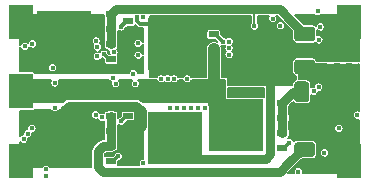
<source format=gbr>
%TF.GenerationSoftware,KiCad,Pcbnew,(5.1.6)-1*%
%TF.CreationDate,2020-10-08T19:10:47-07:00*%
%TF.ProjectId,SinESC-Multi-2.3B,53696e45-5343-42d4-9d75-6c74692d322e,2.3B*%
%TF.SameCoordinates,Original*%
%TF.FileFunction,Copper,L4,Bot*%
%TF.FilePolarity,Positive*%
%FSLAX46Y46*%
G04 Gerber Fmt 4.6, Leading zero omitted, Abs format (unit mm)*
G04 Created by KiCad (PCBNEW (5.1.6)-1) date 2020-10-08 19:10:47*
%MOMM*%
%LPD*%
G01*
G04 APERTURE LIST*
%TA.AperFunction,Conductor*%
%ADD10R,4.550000X4.410000*%
%TD*%
%TA.AperFunction,SMDPad,CuDef*%
%ADD11R,0.850000X0.500000*%
%TD*%
%TA.AperFunction,SMDPad,CuDef*%
%ADD12R,2.000000X3.000000*%
%TD*%
%TA.AperFunction,ViaPad*%
%ADD13C,0.400000*%
%TD*%
%TA.AperFunction,Conductor*%
%ADD14C,0.750000*%
%TD*%
%TA.AperFunction,Conductor*%
%ADD15C,0.350000*%
%TD*%
%TA.AperFunction,Conductor*%
%ADD16C,0.130000*%
%TD*%
%TA.AperFunction,Conductor*%
%ADD17C,1.000000*%
%TD*%
%TA.AperFunction,Conductor*%
%ADD18C,0.300000*%
%TD*%
G04 APERTURE END LIST*
%TO.P,R12,2*%
%TO.N,SHUNT_W*%
%TA.AperFunction,SMDPad,CuDef*%
G36*
G01*
X39525000Y-26825000D02*
X40775000Y-26825000D01*
G75*
G02*
X41025000Y-27075000I0J-250000D01*
G01*
X41025000Y-27825000D01*
G75*
G02*
X40775000Y-28075000I-250000J0D01*
G01*
X39525000Y-28075000D01*
G75*
G02*
X39275000Y-27825000I0J250000D01*
G01*
X39275000Y-27075000D01*
G75*
G02*
X39525000Y-26825000I250000J0D01*
G01*
G37*
%TD.AperFunction*%
%TO.P,R12,1*%
%TO.N,Earth*%
%TA.AperFunction,SMDPad,CuDef*%
G36*
G01*
X39525000Y-24025000D02*
X40775000Y-24025000D01*
G75*
G02*
X41025000Y-24275000I0J-250000D01*
G01*
X41025000Y-25025000D01*
G75*
G02*
X40775000Y-25275000I-250000J0D01*
G01*
X39525000Y-25275000D01*
G75*
G02*
X39275000Y-25025000I0J250000D01*
G01*
X39275000Y-24275000D01*
G75*
G02*
X39525000Y-24025000I250000J0D01*
G01*
G37*
%TD.AperFunction*%
%TD*%
%TO.P,C33,2*%
%TO.N,Earth*%
%TA.AperFunction,SMDPad,CuDef*%
G36*
G01*
X42127500Y-20440000D02*
X42472500Y-20440000D01*
G75*
G02*
X42620000Y-20587500I0J-147500D01*
G01*
X42620000Y-20882500D01*
G75*
G02*
X42472500Y-21030000I-147500J0D01*
G01*
X42127500Y-21030000D01*
G75*
G02*
X41980000Y-20882500I0J147500D01*
G01*
X41980000Y-20587500D01*
G75*
G02*
X42127500Y-20440000I147500J0D01*
G01*
G37*
%TD.AperFunction*%
%TO.P,C33,1*%
%TO.N,VBUS*%
%TA.AperFunction,SMDPad,CuDef*%
G36*
G01*
X42127500Y-19470000D02*
X42472500Y-19470000D01*
G75*
G02*
X42620000Y-19617500I0J-147500D01*
G01*
X42620000Y-19912500D01*
G75*
G02*
X42472500Y-20060000I-147500J0D01*
G01*
X42127500Y-20060000D01*
G75*
G02*
X41980000Y-19912500I0J147500D01*
G01*
X41980000Y-19617500D01*
G75*
G02*
X42127500Y-19470000I147500J0D01*
G01*
G37*
%TD.AperFunction*%
%TD*%
%TO.P,C31,2*%
%TO.N,Earth*%
%TA.AperFunction,SMDPad,CuDef*%
G36*
G01*
X43177500Y-20440000D02*
X43522500Y-20440000D01*
G75*
G02*
X43670000Y-20587500I0J-147500D01*
G01*
X43670000Y-20882500D01*
G75*
G02*
X43522500Y-21030000I-147500J0D01*
G01*
X43177500Y-21030000D01*
G75*
G02*
X43030000Y-20882500I0J147500D01*
G01*
X43030000Y-20587500D01*
G75*
G02*
X43177500Y-20440000I147500J0D01*
G01*
G37*
%TD.AperFunction*%
%TO.P,C31,1*%
%TO.N,VBUS*%
%TA.AperFunction,SMDPad,CuDef*%
G36*
G01*
X43177500Y-19470000D02*
X43522500Y-19470000D01*
G75*
G02*
X43670000Y-19617500I0J-147500D01*
G01*
X43670000Y-19912500D01*
G75*
G02*
X43522500Y-20060000I-147500J0D01*
G01*
X43177500Y-20060000D01*
G75*
G02*
X43030000Y-19912500I0J147500D01*
G01*
X43030000Y-19617500D01*
G75*
G02*
X43177500Y-19470000I147500J0D01*
G01*
G37*
%TD.AperFunction*%
%TD*%
%TO.P,C32,2*%
%TO.N,Earth*%
%TA.AperFunction,SMDPad,CuDef*%
G36*
G01*
X44227500Y-20440000D02*
X44572500Y-20440000D01*
G75*
G02*
X44720000Y-20587500I0J-147500D01*
G01*
X44720000Y-20882500D01*
G75*
G02*
X44572500Y-21030000I-147500J0D01*
G01*
X44227500Y-21030000D01*
G75*
G02*
X44080000Y-20882500I0J147500D01*
G01*
X44080000Y-20587500D01*
G75*
G02*
X44227500Y-20440000I147500J0D01*
G01*
G37*
%TD.AperFunction*%
%TO.P,C32,1*%
%TO.N,VBUS*%
%TA.AperFunction,SMDPad,CuDef*%
G36*
G01*
X44227500Y-19470000D02*
X44572500Y-19470000D01*
G75*
G02*
X44720000Y-19617500I0J-147500D01*
G01*
X44720000Y-19912500D01*
G75*
G02*
X44572500Y-20060000I-147500J0D01*
G01*
X44227500Y-20060000D01*
G75*
G02*
X44080000Y-19912500I0J147500D01*
G01*
X44080000Y-19617500D01*
G75*
G02*
X44227500Y-19470000I147500J0D01*
G01*
G37*
%TD.AperFunction*%
%TD*%
D10*
%TO.N,VBUS*%
%TO.C,Q3*%
X36400000Y-19600000D03*
D11*
%TD*%
%TO.P,Q3,4*%
%TO.N,HSV*%
X32450000Y-17695000D03*
%TO.P,Q3,3*%
%TO.N,V*%
X32450000Y-18965000D03*
%TO.P,Q3,2*%
X32450000Y-20235000D03*
%TO.P,Q3,1*%
X32450000Y-21505000D03*
%TD*%
D12*
%TO.P,J5,1*%
%TO.N,Earth*%
X43900000Y-28400000D03*
%TD*%
%TO.P,J4,1*%
%TO.N,VBUS*%
X43900000Y-16600000D03*
%TD*%
%TO.P,J3,1*%
%TO.N,W*%
X16100000Y-28400000D03*
%TD*%
%TO.P,J2,1*%
%TO.N,V*%
X16100000Y-22500000D03*
%TD*%
%TO.P,J1,1*%
%TO.N,U*%
X16100000Y-16600000D03*
%TD*%
D10*
%TO.N,VBUS*%
%TO.C,Q1*%
X29150000Y-18500000D03*
D11*
%TD*%
%TO.P,Q1,4*%
%TO.N,HSU*%
X25200000Y-16595000D03*
%TO.P,Q1,3*%
%TO.N,U*%
X25200000Y-17865000D03*
%TO.P,Q1,2*%
X25200000Y-19135000D03*
%TO.P,Q1,1*%
X25200000Y-20405000D03*
%TD*%
D10*
%TO.N,U*%
%TO.C,Q2*%
X19800000Y-17900000D03*
D11*
%TD*%
%TO.P,Q2,4*%
%TO.N,LSU*%
X23750000Y-19805000D03*
%TO.P,Q2,3*%
%TO.N,SHUNT_U*%
X23750000Y-18535000D03*
%TO.P,Q2,2*%
X23750000Y-17265000D03*
%TO.P,Q2,1*%
X23750000Y-15995000D03*
%TD*%
D10*
%TO.N,V*%
%TO.C,Q4*%
X34300000Y-25400000D03*
D11*
%TD*%
%TO.P,Q4,4*%
%TO.N,LSV*%
X38250000Y-27305000D03*
%TO.P,Q4,3*%
%TO.N,SHUNT_V*%
X38250000Y-26035000D03*
%TO.P,Q4,2*%
X38250000Y-24765000D03*
%TO.P,Q4,1*%
X38250000Y-23495000D03*
%TD*%
D10*
%TO.N,VBUS*%
%TO.C,Q5*%
X29150000Y-26500000D03*
D11*
%TD*%
%TO.P,Q5,4*%
%TO.N,HSW*%
X25200000Y-24595000D03*
%TO.P,Q5,3*%
%TO.N,W*%
X25200000Y-25865000D03*
%TO.P,Q5,2*%
X25200000Y-27135000D03*
%TO.P,Q5,1*%
X25200000Y-28405000D03*
%TD*%
D10*
%TO.N,W*%
%TO.C,Q6*%
X19800000Y-26500000D03*
D11*
%TD*%
%TO.P,Q6,4*%
%TO.N,LSW*%
X23750000Y-28405000D03*
%TO.P,Q6,3*%
%TO.N,SHUNT_W*%
X23750000Y-27135000D03*
%TO.P,Q6,2*%
X23750000Y-25865000D03*
%TO.P,Q6,1*%
X23750000Y-24595000D03*
%TD*%
%TO.P,R3,2*%
%TO.N,SHUNT_U*%
%TA.AperFunction,SMDPad,CuDef*%
G36*
G01*
X40775000Y-18275000D02*
X39525000Y-18275000D01*
G75*
G02*
X39275000Y-18025000I0J250000D01*
G01*
X39275000Y-17275000D01*
G75*
G02*
X39525000Y-17025000I250000J0D01*
G01*
X40775000Y-17025000D01*
G75*
G02*
X41025000Y-17275000I0J-250000D01*
G01*
X41025000Y-18025000D01*
G75*
G02*
X40775000Y-18275000I-250000J0D01*
G01*
G37*
%TD.AperFunction*%
%TO.P,R3,1*%
%TO.N,Earth*%
%TA.AperFunction,SMDPad,CuDef*%
G36*
G01*
X40775000Y-21075000D02*
X39525000Y-21075000D01*
G75*
G02*
X39275000Y-20825000I0J250000D01*
G01*
X39275000Y-20075000D01*
G75*
G02*
X39525000Y-19825000I250000J0D01*
G01*
X40775000Y-19825000D01*
G75*
G02*
X41025000Y-20075000I0J-250000D01*
G01*
X41025000Y-20825000D01*
G75*
G02*
X40775000Y-21075000I-250000J0D01*
G01*
G37*
%TD.AperFunction*%
%TD*%
%TO.P,R7,2*%
%TO.N,SHUNT_V*%
%TA.AperFunction,SMDPad,CuDef*%
G36*
G01*
X40525000Y-21925000D02*
X40525000Y-23175000D01*
G75*
G02*
X40275000Y-23425000I-250000J0D01*
G01*
X39525000Y-23425000D01*
G75*
G02*
X39275000Y-23175000I0J250000D01*
G01*
X39275000Y-21925000D01*
G75*
G02*
X39525000Y-21675000I250000J0D01*
G01*
X40275000Y-21675000D01*
G75*
G02*
X40525000Y-21925000I0J-250000D01*
G01*
G37*
%TD.AperFunction*%
%TO.P,R7,1*%
%TO.N,Earth*%
%TA.AperFunction,SMDPad,CuDef*%
G36*
G01*
X43325000Y-21925000D02*
X43325000Y-23175000D01*
G75*
G02*
X43075000Y-23425000I-250000J0D01*
G01*
X42325000Y-23425000D01*
G75*
G02*
X42075000Y-23175000I0J250000D01*
G01*
X42075000Y-21925000D01*
G75*
G02*
X42325000Y-21675000I250000J0D01*
G01*
X43075000Y-21675000D01*
G75*
G02*
X43325000Y-21925000I0J-250000D01*
G01*
G37*
%TD.AperFunction*%
%TD*%
D13*
%TO.N,Earth*%
X26500000Y-28600000D03*
X44000000Y-23625000D03*
X41325000Y-22850000D03*
X41475000Y-17050000D03*
X42592500Y-27507500D03*
X17100000Y-18500000D03*
X33800000Y-22600000D03*
X22500000Y-18240055D03*
X44600000Y-21250000D03*
%TO.N,+3V3*%
X31100000Y-23900000D03*
X38100000Y-16950000D03*
X39600000Y-29300000D03*
X43050000Y-25650000D03*
X41325000Y-22150000D03*
X41250000Y-15750000D03*
X25800000Y-21850000D03*
X24000000Y-19200000D03*
X29100000Y-21450000D03*
%TO.N,VBUS*%
X16450000Y-18700000D03*
X25950000Y-16250000D03*
X37250000Y-24100000D03*
%TO.N,SHUNT_U*%
X35900000Y-17000000D03*
X39025000Y-16525000D03*
%TO.N,SHUNT_V*%
X38250000Y-24100000D03*
X37450000Y-16350000D03*
%TO.N,SHUNT_W*%
X26500000Y-16250000D03*
X39200000Y-28200000D03*
%TO.N,CUR_U*%
X41350000Y-18150000D03*
X33750000Y-19400000D03*
%TO.N,CUR_V*%
X33750000Y-18850000D03*
X40900000Y-22500000D03*
%TO.N,CUR_W*%
X33750000Y-18300000D03*
X41825000Y-27725000D03*
%TO.N,HSU*%
X24600000Y-17050000D03*
X19000000Y-23900000D03*
%TO.N,LSU*%
X16348094Y-26551102D03*
X23152673Y-19352673D03*
%TO.N,HSV*%
X33200000Y-18300000D03*
X19000000Y-21800000D03*
%TO.N,LSV*%
X38850000Y-26850000D03*
X16700000Y-26100008D03*
%TO.N,HSW*%
X18800000Y-20500000D03*
X24600000Y-25050000D03*
%TO.N,LSW*%
X24350000Y-28000000D03*
X17055217Y-25644815D03*
%TO.N,DRV_EN*%
X30200000Y-21450000D03*
X22601986Y-18760162D03*
%TO.N,DRV_FAULT*%
X26050000Y-18450000D03*
X22600000Y-19550000D03*
%TO.N,PWM_V_L*%
X25650000Y-21000000D03*
X26050000Y-19450000D03*
%TO.N,PWM_U_H*%
X24150000Y-21850000D03*
X28550000Y-21450000D03*
%TO.N,PWM_W_H*%
X23900000Y-21350000D03*
X27995685Y-21445685D03*
%TO.N,SPI_CSN*%
X18250000Y-29100000D03*
X28737667Y-23937667D03*
%TO.N,SPI_SCK*%
X18250000Y-29644988D03*
X29300000Y-23900000D03*
%TO.N,SPI_SDO*%
X29900000Y-23900000D03*
X22450000Y-24500000D03*
%TO.N,SPI_SDI*%
X30500000Y-23900000D03*
X22950000Y-24700000D03*
%TO.N,SINWIRE*%
X44600000Y-24525000D03*
X31694970Y-23900000D03*
%TD*%
D14*
%TO.N,VBUS*%
X36889002Y-28200000D02*
X37250000Y-27839002D01*
X37250000Y-20450000D02*
X36400000Y-19600000D01*
X37250000Y-27839002D02*
X37250000Y-20450000D01*
X36400000Y-19600000D02*
X37000000Y-19000000D01*
X41500000Y-19000000D02*
X43900000Y-16600000D01*
X37000000Y-19000000D02*
X41500000Y-19000000D01*
X29150000Y-18500000D02*
X31000000Y-16650000D01*
X33450000Y-16650000D02*
X36400000Y-19600000D01*
X31000000Y-16650000D02*
X33450000Y-16650000D01*
D15*
X25950000Y-16250000D02*
X25950000Y-16532842D01*
X27450000Y-16800000D02*
X29150000Y-18500000D01*
X26217158Y-16800000D02*
X27450000Y-16800000D01*
D14*
X30850000Y-28200000D02*
X29150000Y-26500000D01*
X36889002Y-28200000D02*
X30850000Y-28200000D01*
D15*
X25950000Y-16532842D02*
X26217158Y-16800000D01*
D14*
%TO.N,U*%
X18500000Y-16600000D02*
X19800000Y-17900000D01*
X16100000Y-16600000D02*
X18500000Y-16600000D01*
X25200000Y-17865000D02*
X25200000Y-19135000D01*
X25200000Y-19135000D02*
X25200000Y-20405000D01*
X22500000Y-20600000D02*
X19800000Y-17900000D01*
X25200000Y-20405000D02*
X25005000Y-20600000D01*
X25005000Y-20600000D02*
X22500000Y-20600000D01*
%TO.N,SHUNT_U*%
X23750000Y-15995000D02*
X23750000Y-17265000D01*
X23750000Y-17265000D02*
X23750000Y-18535000D01*
X38030010Y-15530010D02*
X39025000Y-16525000D01*
X23750000Y-15995000D02*
X24214990Y-15530010D01*
X24214990Y-15530010D02*
X35919990Y-15530010D01*
X39025000Y-16525000D02*
X40150000Y-17650000D01*
D16*
X35900000Y-15550000D02*
X35919990Y-15530010D01*
X35900000Y-17000000D02*
X35900000Y-15550000D01*
D14*
X35919990Y-15530010D02*
X38030010Y-15530010D01*
D17*
%TO.N,V*%
X32450000Y-18965000D02*
X32450000Y-20235000D01*
X32450000Y-20235000D02*
X32450000Y-21505000D01*
X32450000Y-23550000D02*
X34300000Y-25400000D01*
X32450000Y-21505000D02*
X32450000Y-22750000D01*
X32450000Y-22750000D02*
X32450000Y-23550000D01*
X16100000Y-22500000D02*
X16300000Y-22700000D01*
X16300000Y-22700000D02*
X32000000Y-22700000D01*
D14*
X32200000Y-22500000D02*
X32450000Y-22750000D01*
D17*
X32000000Y-22700000D02*
X32200000Y-22500000D01*
D14*
%TO.N,SHUNT_V*%
X38250000Y-23495000D02*
X38250000Y-24765000D01*
X38250000Y-24765000D02*
X38250000Y-26035000D01*
X39195000Y-22550000D02*
X38250000Y-23495000D01*
X39900000Y-22550000D02*
X39195000Y-22550000D01*
%TO.N,W*%
X16100000Y-28400000D02*
X16725000Y-27775000D01*
X18525000Y-27775000D02*
X19800000Y-26500000D01*
X16725000Y-27775000D02*
X18525000Y-27775000D01*
X25200000Y-28405000D02*
X25200000Y-27135000D01*
X25200000Y-27135000D02*
X25200000Y-25865000D01*
X19800000Y-24100000D02*
X19800000Y-26500000D01*
X20185010Y-23714990D02*
X19800000Y-24100000D01*
X25910000Y-25865000D02*
X26369999Y-25405001D01*
X26369999Y-24180997D02*
X25903992Y-23714990D01*
X25200000Y-25865000D02*
X25910000Y-25865000D01*
X26369999Y-25405001D02*
X26369999Y-24180997D01*
X25903992Y-23714990D02*
X20185010Y-23714990D01*
%TO.N,SHUNT_W*%
X23750000Y-24595000D02*
X23750000Y-25865000D01*
X23750000Y-25865000D02*
X23750000Y-27135000D01*
X23090000Y-27135000D02*
X22650000Y-27575000D01*
X39900000Y-27450000D02*
X40150000Y-27450000D01*
X23750000Y-27135000D02*
X23090000Y-27135000D01*
X22650000Y-27575000D02*
X22650000Y-28889002D01*
X22650000Y-28889002D02*
X23085998Y-29325000D01*
X23085998Y-29325000D02*
X38025000Y-29325000D01*
X38762500Y-28587500D02*
X39900000Y-27450000D01*
X38025000Y-29325000D02*
X38762500Y-28587500D01*
X38600000Y-28750000D02*
X38762500Y-28587500D01*
D18*
%TO.N,HSU*%
X25200000Y-16595000D02*
X25055000Y-16595000D01*
X25055000Y-16595000D02*
X24600000Y-17050000D01*
%TO.N,LSU*%
X23605000Y-19805000D02*
X23152673Y-19352673D01*
X23750000Y-19805000D02*
X23605000Y-19805000D01*
%TO.N,HSV*%
X32450000Y-17695000D02*
X32595000Y-17695000D01*
X32595000Y-17695000D02*
X33200000Y-18300000D01*
%TO.N,LSV*%
X38250000Y-27305000D02*
X38395000Y-27305000D01*
X38395000Y-27305000D02*
X38850000Y-26850000D01*
%TO.N,HSW*%
X25200000Y-24595000D02*
X25055000Y-24595000D01*
X25055000Y-24595000D02*
X24600000Y-25050000D01*
%TO.N,LSW*%
X23945000Y-28405000D02*
X24350000Y-28000000D01*
X23750000Y-28405000D02*
X23945000Y-28405000D01*
%TD*%
D16*
%TO.N,Earth*%
G36*
X41936693Y-20198062D02*
G01*
X41996070Y-20229800D01*
X42060498Y-20249344D01*
X42127500Y-20255943D01*
X42472500Y-20255943D01*
X42539502Y-20249344D01*
X42603930Y-20229800D01*
X42663307Y-20198062D01*
X42667038Y-20195000D01*
X42982962Y-20195000D01*
X42986693Y-20198062D01*
X43046070Y-20229800D01*
X43110498Y-20249344D01*
X43177500Y-20255943D01*
X43522500Y-20255943D01*
X43589502Y-20249344D01*
X43653930Y-20229800D01*
X43713307Y-20198062D01*
X43717038Y-20195000D01*
X44032962Y-20195000D01*
X44036693Y-20198062D01*
X44096070Y-20229800D01*
X44160498Y-20249344D01*
X44227500Y-20255943D01*
X44572500Y-20255943D01*
X44639502Y-20249344D01*
X44703930Y-20229800D01*
X44735000Y-20213193D01*
X44735000Y-24153374D01*
X44715217Y-24145180D01*
X44638904Y-24130000D01*
X44561096Y-24130000D01*
X44484783Y-24145180D01*
X44412897Y-24174956D01*
X44348202Y-24218184D01*
X44293184Y-24273202D01*
X44249956Y-24337897D01*
X44220180Y-24409783D01*
X44205000Y-24486096D01*
X44205000Y-24563904D01*
X44220180Y-24640217D01*
X44249956Y-24712103D01*
X44293184Y-24776798D01*
X44348202Y-24831816D01*
X44412897Y-24875044D01*
X44484783Y-24904820D01*
X44561096Y-24920000D01*
X44638904Y-24920000D01*
X44715217Y-24904820D01*
X44735000Y-24896626D01*
X44735000Y-29435000D01*
X39971626Y-29435000D01*
X39979820Y-29415217D01*
X39995000Y-29338904D01*
X39995000Y-29261096D01*
X39979820Y-29184783D01*
X39950044Y-29112897D01*
X39906816Y-29048202D01*
X39851798Y-28993184D01*
X39787103Y-28949956D01*
X39715217Y-28920180D01*
X39638904Y-28905000D01*
X39561096Y-28905000D01*
X39484783Y-28920180D01*
X39412897Y-28949956D01*
X39348202Y-28993184D01*
X39293184Y-29048202D01*
X39249956Y-29112897D01*
X39220180Y-29184783D01*
X39205000Y-29261096D01*
X39205000Y-29338904D01*
X39220180Y-29415217D01*
X39228374Y-29435000D01*
X38721101Y-29435000D01*
X39185345Y-28970757D01*
X39185354Y-28970746D01*
X39885158Y-28270943D01*
X40775000Y-28270943D01*
X40861999Y-28262374D01*
X40945655Y-28236998D01*
X41022753Y-28195788D01*
X41090329Y-28140329D01*
X41145788Y-28072753D01*
X41186998Y-27995655D01*
X41212374Y-27911999D01*
X41220943Y-27825000D01*
X41220943Y-27686096D01*
X41430000Y-27686096D01*
X41430000Y-27763904D01*
X41445180Y-27840217D01*
X41474956Y-27912103D01*
X41518184Y-27976798D01*
X41573202Y-28031816D01*
X41637897Y-28075044D01*
X41709783Y-28104820D01*
X41786096Y-28120000D01*
X41863904Y-28120000D01*
X41940217Y-28104820D01*
X42012103Y-28075044D01*
X42076798Y-28031816D01*
X42131816Y-27976798D01*
X42175044Y-27912103D01*
X42204820Y-27840217D01*
X42220000Y-27763904D01*
X42220000Y-27686096D01*
X42204820Y-27609783D01*
X42175044Y-27537897D01*
X42131816Y-27473202D01*
X42076798Y-27418184D01*
X42012103Y-27374956D01*
X41940217Y-27345180D01*
X41863904Y-27330000D01*
X41786096Y-27330000D01*
X41709783Y-27345180D01*
X41637897Y-27374956D01*
X41573202Y-27418184D01*
X41518184Y-27473202D01*
X41474956Y-27537897D01*
X41445180Y-27609783D01*
X41430000Y-27686096D01*
X41220943Y-27686096D01*
X41220943Y-27075000D01*
X41212374Y-26988001D01*
X41186998Y-26904345D01*
X41145788Y-26827247D01*
X41090329Y-26759671D01*
X41022753Y-26704212D01*
X40945655Y-26663002D01*
X40861999Y-26637626D01*
X40775000Y-26629057D01*
X39525000Y-26629057D01*
X39438001Y-26637626D01*
X39354345Y-26663002D01*
X39277247Y-26704212D01*
X39231248Y-26741963D01*
X39229820Y-26734783D01*
X39200044Y-26662897D01*
X39156816Y-26598202D01*
X39101798Y-26543184D01*
X39037103Y-26499956D01*
X38965217Y-26470180D01*
X38888904Y-26455000D01*
X38811096Y-26455000D01*
X38739180Y-26469305D01*
X38749984Y-26466028D01*
X38783860Y-26447921D01*
X38813553Y-26423553D01*
X38837921Y-26393860D01*
X38856028Y-26359984D01*
X38867178Y-26323227D01*
X38870943Y-26285000D01*
X38870943Y-25785000D01*
X38867178Y-25746773D01*
X38856028Y-25710016D01*
X38837921Y-25676140D01*
X38820000Y-25654303D01*
X38820000Y-25611096D01*
X42655000Y-25611096D01*
X42655000Y-25688904D01*
X42670180Y-25765217D01*
X42699956Y-25837103D01*
X42743184Y-25901798D01*
X42798202Y-25956816D01*
X42862897Y-26000044D01*
X42934783Y-26029820D01*
X43011096Y-26045000D01*
X43088904Y-26045000D01*
X43165217Y-26029820D01*
X43237103Y-26000044D01*
X43301798Y-25956816D01*
X43356816Y-25901798D01*
X43400044Y-25837103D01*
X43429820Y-25765217D01*
X43445000Y-25688904D01*
X43445000Y-25611096D01*
X43429820Y-25534783D01*
X43400044Y-25462897D01*
X43356816Y-25398202D01*
X43301798Y-25343184D01*
X43237103Y-25299956D01*
X43165217Y-25270180D01*
X43088904Y-25255000D01*
X43011096Y-25255000D01*
X42934783Y-25270180D01*
X42862897Y-25299956D01*
X42798202Y-25343184D01*
X42743184Y-25398202D01*
X42699956Y-25462897D01*
X42670180Y-25534783D01*
X42655000Y-25611096D01*
X38820000Y-25611096D01*
X38820000Y-25145697D01*
X38837921Y-25123860D01*
X38856028Y-25089984D01*
X38867178Y-25053227D01*
X38870943Y-25015000D01*
X38870943Y-24515000D01*
X38867178Y-24476773D01*
X38856028Y-24440016D01*
X38837921Y-24406140D01*
X38820000Y-24384303D01*
X38820000Y-23875697D01*
X38837921Y-23853860D01*
X38856028Y-23819984D01*
X38867178Y-23783227D01*
X38870943Y-23745000D01*
X38870943Y-23680157D01*
X39145203Y-23405898D01*
X39154212Y-23422753D01*
X39209671Y-23490329D01*
X39277247Y-23545788D01*
X39354345Y-23586998D01*
X39438001Y-23612374D01*
X39525000Y-23620943D01*
X40275000Y-23620943D01*
X40361999Y-23612374D01*
X40445655Y-23586998D01*
X40522753Y-23545788D01*
X40590329Y-23490329D01*
X40645788Y-23422753D01*
X40686998Y-23345655D01*
X40712374Y-23261999D01*
X40720943Y-23175000D01*
X40720943Y-22853377D01*
X40784783Y-22879820D01*
X40861096Y-22895000D01*
X40938904Y-22895000D01*
X41015217Y-22879820D01*
X41087103Y-22850044D01*
X41151798Y-22806816D01*
X41206816Y-22751798D01*
X41250044Y-22687103D01*
X41279820Y-22615217D01*
X41293787Y-22545000D01*
X41363904Y-22545000D01*
X41440217Y-22529820D01*
X41512103Y-22500044D01*
X41576798Y-22456816D01*
X41631816Y-22401798D01*
X41675044Y-22337103D01*
X41704820Y-22265217D01*
X41720000Y-22188904D01*
X41720000Y-22111096D01*
X41704820Y-22034783D01*
X41675044Y-21962897D01*
X41631816Y-21898202D01*
X41576798Y-21843184D01*
X41512103Y-21799956D01*
X41440217Y-21770180D01*
X41363904Y-21755000D01*
X41286096Y-21755000D01*
X41209783Y-21770180D01*
X41137897Y-21799956D01*
X41073202Y-21843184D01*
X41018184Y-21898202D01*
X40974956Y-21962897D01*
X40945180Y-22034783D01*
X40931213Y-22105000D01*
X40861096Y-22105000D01*
X40784783Y-22120180D01*
X40720943Y-22146623D01*
X40720943Y-21925000D01*
X40712374Y-21838001D01*
X40686998Y-21754345D01*
X40645788Y-21677247D01*
X40590329Y-21609671D01*
X40522753Y-21554212D01*
X40445655Y-21513002D01*
X40361999Y-21487626D01*
X40275000Y-21479057D01*
X39695000Y-21479057D01*
X39695000Y-20195000D01*
X41932962Y-20195000D01*
X41936693Y-20198062D01*
G37*
X41936693Y-20198062D02*
X41996070Y-20229800D01*
X42060498Y-20249344D01*
X42127500Y-20255943D01*
X42472500Y-20255943D01*
X42539502Y-20249344D01*
X42603930Y-20229800D01*
X42663307Y-20198062D01*
X42667038Y-20195000D01*
X42982962Y-20195000D01*
X42986693Y-20198062D01*
X43046070Y-20229800D01*
X43110498Y-20249344D01*
X43177500Y-20255943D01*
X43522500Y-20255943D01*
X43589502Y-20249344D01*
X43653930Y-20229800D01*
X43713307Y-20198062D01*
X43717038Y-20195000D01*
X44032962Y-20195000D01*
X44036693Y-20198062D01*
X44096070Y-20229800D01*
X44160498Y-20249344D01*
X44227500Y-20255943D01*
X44572500Y-20255943D01*
X44639502Y-20249344D01*
X44703930Y-20229800D01*
X44735000Y-20213193D01*
X44735000Y-24153374D01*
X44715217Y-24145180D01*
X44638904Y-24130000D01*
X44561096Y-24130000D01*
X44484783Y-24145180D01*
X44412897Y-24174956D01*
X44348202Y-24218184D01*
X44293184Y-24273202D01*
X44249956Y-24337897D01*
X44220180Y-24409783D01*
X44205000Y-24486096D01*
X44205000Y-24563904D01*
X44220180Y-24640217D01*
X44249956Y-24712103D01*
X44293184Y-24776798D01*
X44348202Y-24831816D01*
X44412897Y-24875044D01*
X44484783Y-24904820D01*
X44561096Y-24920000D01*
X44638904Y-24920000D01*
X44715217Y-24904820D01*
X44735000Y-24896626D01*
X44735000Y-29435000D01*
X39971626Y-29435000D01*
X39979820Y-29415217D01*
X39995000Y-29338904D01*
X39995000Y-29261096D01*
X39979820Y-29184783D01*
X39950044Y-29112897D01*
X39906816Y-29048202D01*
X39851798Y-28993184D01*
X39787103Y-28949956D01*
X39715217Y-28920180D01*
X39638904Y-28905000D01*
X39561096Y-28905000D01*
X39484783Y-28920180D01*
X39412897Y-28949956D01*
X39348202Y-28993184D01*
X39293184Y-29048202D01*
X39249956Y-29112897D01*
X39220180Y-29184783D01*
X39205000Y-29261096D01*
X39205000Y-29338904D01*
X39220180Y-29415217D01*
X39228374Y-29435000D01*
X38721101Y-29435000D01*
X39185345Y-28970757D01*
X39185354Y-28970746D01*
X39885158Y-28270943D01*
X40775000Y-28270943D01*
X40861999Y-28262374D01*
X40945655Y-28236998D01*
X41022753Y-28195788D01*
X41090329Y-28140329D01*
X41145788Y-28072753D01*
X41186998Y-27995655D01*
X41212374Y-27911999D01*
X41220943Y-27825000D01*
X41220943Y-27686096D01*
X41430000Y-27686096D01*
X41430000Y-27763904D01*
X41445180Y-27840217D01*
X41474956Y-27912103D01*
X41518184Y-27976798D01*
X41573202Y-28031816D01*
X41637897Y-28075044D01*
X41709783Y-28104820D01*
X41786096Y-28120000D01*
X41863904Y-28120000D01*
X41940217Y-28104820D01*
X42012103Y-28075044D01*
X42076798Y-28031816D01*
X42131816Y-27976798D01*
X42175044Y-27912103D01*
X42204820Y-27840217D01*
X42220000Y-27763904D01*
X42220000Y-27686096D01*
X42204820Y-27609783D01*
X42175044Y-27537897D01*
X42131816Y-27473202D01*
X42076798Y-27418184D01*
X42012103Y-27374956D01*
X41940217Y-27345180D01*
X41863904Y-27330000D01*
X41786096Y-27330000D01*
X41709783Y-27345180D01*
X41637897Y-27374956D01*
X41573202Y-27418184D01*
X41518184Y-27473202D01*
X41474956Y-27537897D01*
X41445180Y-27609783D01*
X41430000Y-27686096D01*
X41220943Y-27686096D01*
X41220943Y-27075000D01*
X41212374Y-26988001D01*
X41186998Y-26904345D01*
X41145788Y-26827247D01*
X41090329Y-26759671D01*
X41022753Y-26704212D01*
X40945655Y-26663002D01*
X40861999Y-26637626D01*
X40775000Y-26629057D01*
X39525000Y-26629057D01*
X39438001Y-26637626D01*
X39354345Y-26663002D01*
X39277247Y-26704212D01*
X39231248Y-26741963D01*
X39229820Y-26734783D01*
X39200044Y-26662897D01*
X39156816Y-26598202D01*
X39101798Y-26543184D01*
X39037103Y-26499956D01*
X38965217Y-26470180D01*
X38888904Y-26455000D01*
X38811096Y-26455000D01*
X38739180Y-26469305D01*
X38749984Y-26466028D01*
X38783860Y-26447921D01*
X38813553Y-26423553D01*
X38837921Y-26393860D01*
X38856028Y-26359984D01*
X38867178Y-26323227D01*
X38870943Y-26285000D01*
X38870943Y-25785000D01*
X38867178Y-25746773D01*
X38856028Y-25710016D01*
X38837921Y-25676140D01*
X38820000Y-25654303D01*
X38820000Y-25611096D01*
X42655000Y-25611096D01*
X42655000Y-25688904D01*
X42670180Y-25765217D01*
X42699956Y-25837103D01*
X42743184Y-25901798D01*
X42798202Y-25956816D01*
X42862897Y-26000044D01*
X42934783Y-26029820D01*
X43011096Y-26045000D01*
X43088904Y-26045000D01*
X43165217Y-26029820D01*
X43237103Y-26000044D01*
X43301798Y-25956816D01*
X43356816Y-25901798D01*
X43400044Y-25837103D01*
X43429820Y-25765217D01*
X43445000Y-25688904D01*
X43445000Y-25611096D01*
X43429820Y-25534783D01*
X43400044Y-25462897D01*
X43356816Y-25398202D01*
X43301798Y-25343184D01*
X43237103Y-25299956D01*
X43165217Y-25270180D01*
X43088904Y-25255000D01*
X43011096Y-25255000D01*
X42934783Y-25270180D01*
X42862897Y-25299956D01*
X42798202Y-25343184D01*
X42743184Y-25398202D01*
X42699956Y-25462897D01*
X42670180Y-25534783D01*
X42655000Y-25611096D01*
X38820000Y-25611096D01*
X38820000Y-25145697D01*
X38837921Y-25123860D01*
X38856028Y-25089984D01*
X38867178Y-25053227D01*
X38870943Y-25015000D01*
X38870943Y-24515000D01*
X38867178Y-24476773D01*
X38856028Y-24440016D01*
X38837921Y-24406140D01*
X38820000Y-24384303D01*
X38820000Y-23875697D01*
X38837921Y-23853860D01*
X38856028Y-23819984D01*
X38867178Y-23783227D01*
X38870943Y-23745000D01*
X38870943Y-23680157D01*
X39145203Y-23405898D01*
X39154212Y-23422753D01*
X39209671Y-23490329D01*
X39277247Y-23545788D01*
X39354345Y-23586998D01*
X39438001Y-23612374D01*
X39525000Y-23620943D01*
X40275000Y-23620943D01*
X40361999Y-23612374D01*
X40445655Y-23586998D01*
X40522753Y-23545788D01*
X40590329Y-23490329D01*
X40645788Y-23422753D01*
X40686998Y-23345655D01*
X40712374Y-23261999D01*
X40720943Y-23175000D01*
X40720943Y-22853377D01*
X40784783Y-22879820D01*
X40861096Y-22895000D01*
X40938904Y-22895000D01*
X41015217Y-22879820D01*
X41087103Y-22850044D01*
X41151798Y-22806816D01*
X41206816Y-22751798D01*
X41250044Y-22687103D01*
X41279820Y-22615217D01*
X41293787Y-22545000D01*
X41363904Y-22545000D01*
X41440217Y-22529820D01*
X41512103Y-22500044D01*
X41576798Y-22456816D01*
X41631816Y-22401798D01*
X41675044Y-22337103D01*
X41704820Y-22265217D01*
X41720000Y-22188904D01*
X41720000Y-22111096D01*
X41704820Y-22034783D01*
X41675044Y-21962897D01*
X41631816Y-21898202D01*
X41576798Y-21843184D01*
X41512103Y-21799956D01*
X41440217Y-21770180D01*
X41363904Y-21755000D01*
X41286096Y-21755000D01*
X41209783Y-21770180D01*
X41137897Y-21799956D01*
X41073202Y-21843184D01*
X41018184Y-21898202D01*
X40974956Y-21962897D01*
X40945180Y-22034783D01*
X40931213Y-22105000D01*
X40861096Y-22105000D01*
X40784783Y-22120180D01*
X40720943Y-22146623D01*
X40720943Y-21925000D01*
X40712374Y-21838001D01*
X40686998Y-21754345D01*
X40645788Y-21677247D01*
X40590329Y-21609671D01*
X40522753Y-21554212D01*
X40445655Y-21513002D01*
X40361999Y-21487626D01*
X40275000Y-21479057D01*
X39695000Y-21479057D01*
X39695000Y-20195000D01*
X41932962Y-20195000D01*
X41936693Y-20198062D01*
G36*
X36680001Y-23030016D02*
G01*
X36649984Y-23013972D01*
X36613227Y-23002822D01*
X36575000Y-22999057D01*
X33695000Y-22999057D01*
X33695000Y-22195000D01*
X36680001Y-22195000D01*
X36680001Y-23030016D01*
G37*
X36680001Y-23030016D02*
X36649984Y-23013972D01*
X36613227Y-23002822D01*
X36575000Y-22999057D01*
X33695000Y-22999057D01*
X33695000Y-22195000D01*
X36680001Y-22195000D01*
X36680001Y-23030016D01*
%TO.N,W*%
G36*
X18649956Y-24087103D02*
G01*
X18693184Y-24151798D01*
X18748202Y-24206816D01*
X18812897Y-24250044D01*
X18884783Y-24279820D01*
X18961096Y-24295000D01*
X19038904Y-24295000D01*
X19115217Y-24279820D01*
X19187103Y-24250044D01*
X19251798Y-24206816D01*
X19306816Y-24151798D01*
X19350044Y-24087103D01*
X19359199Y-24065000D01*
X23533591Y-24065000D01*
X23530815Y-24065842D01*
X23431793Y-24118770D01*
X23394889Y-24149057D01*
X23325000Y-24149057D01*
X23286773Y-24152822D01*
X23250016Y-24163972D01*
X23216140Y-24182079D01*
X23186447Y-24206447D01*
X23162079Y-24236140D01*
X23143972Y-24270016D01*
X23132822Y-24306773D01*
X23129057Y-24345000D01*
X23129057Y-24346623D01*
X23065217Y-24320180D01*
X22988904Y-24305000D01*
X22911096Y-24305000D01*
X22834783Y-24320180D01*
X22807706Y-24331395D01*
X22800044Y-24312897D01*
X22756816Y-24248202D01*
X22701798Y-24193184D01*
X22637103Y-24149956D01*
X22565217Y-24120180D01*
X22488904Y-24105000D01*
X22411096Y-24105000D01*
X22334783Y-24120180D01*
X22262897Y-24149956D01*
X22198202Y-24193184D01*
X22143184Y-24248202D01*
X22099956Y-24312897D01*
X22070180Y-24384783D01*
X22055000Y-24461096D01*
X22055000Y-24538904D01*
X22070180Y-24615217D01*
X22099956Y-24687103D01*
X22143184Y-24751798D01*
X22198202Y-24806816D01*
X22262897Y-24850044D01*
X22334783Y-24879820D01*
X22411096Y-24895000D01*
X22488904Y-24895000D01*
X22565217Y-24879820D01*
X22592294Y-24868605D01*
X22599956Y-24887103D01*
X22643184Y-24951798D01*
X22698202Y-25006816D01*
X22762897Y-25050044D01*
X22834783Y-25079820D01*
X22911096Y-25095000D01*
X22988904Y-25095000D01*
X23065217Y-25079820D01*
X23137103Y-25050044D01*
X23180000Y-25021381D01*
X23180001Y-25484302D01*
X23162079Y-25506140D01*
X23143972Y-25540016D01*
X23132822Y-25576773D01*
X23129057Y-25615000D01*
X23129057Y-26115000D01*
X23132822Y-26153227D01*
X23143972Y-26189984D01*
X23162079Y-26223860D01*
X23180000Y-26245698D01*
X23180001Y-26565000D01*
X23117983Y-26565000D01*
X23090000Y-26562244D01*
X23062017Y-26565000D01*
X23062007Y-26565000D01*
X22978261Y-26573248D01*
X22870815Y-26605842D01*
X22821304Y-26632306D01*
X22771792Y-26658770D01*
X22730301Y-26692822D01*
X22685000Y-26730000D01*
X22667154Y-26751745D01*
X22266749Y-27152151D01*
X22245000Y-27170000D01*
X22200138Y-27224664D01*
X22173770Y-27256793D01*
X22121714Y-27354184D01*
X22120842Y-27355816D01*
X22088248Y-27463262D01*
X22080000Y-27547008D01*
X22080000Y-27547017D01*
X22077244Y-27575000D01*
X22080000Y-27602983D01*
X22080001Y-28861009D01*
X22077244Y-28889002D01*
X22081774Y-28935000D01*
X18609199Y-28935000D01*
X18600044Y-28912897D01*
X18556816Y-28848202D01*
X18501798Y-28793184D01*
X18437103Y-28749956D01*
X18365217Y-28720180D01*
X18288904Y-28705000D01*
X18211096Y-28705000D01*
X18134783Y-28720180D01*
X18062897Y-28749956D01*
X17998202Y-28793184D01*
X17943184Y-28848202D01*
X17899956Y-28912897D01*
X17890801Y-28935000D01*
X16065000Y-28935000D01*
X16065000Y-26826622D01*
X16096296Y-26857918D01*
X16160991Y-26901146D01*
X16232877Y-26930922D01*
X16309190Y-26946102D01*
X16386998Y-26946102D01*
X16463311Y-26930922D01*
X16535197Y-26901146D01*
X16599892Y-26857918D01*
X16654910Y-26802900D01*
X16698138Y-26738205D01*
X16727914Y-26666319D01*
X16743094Y-26590006D01*
X16743094Y-26512198D01*
X16739645Y-26494861D01*
X16815217Y-26479828D01*
X16887103Y-26450052D01*
X16951798Y-26406824D01*
X17006816Y-26351806D01*
X17050044Y-26287111D01*
X17079820Y-26215225D01*
X17095000Y-26138912D01*
X17095000Y-26061104D01*
X17090765Y-26039815D01*
X17094121Y-26039815D01*
X17170434Y-26024635D01*
X17242320Y-25994859D01*
X17307015Y-25951631D01*
X17362033Y-25896613D01*
X17405261Y-25831918D01*
X17435037Y-25760032D01*
X17450217Y-25683719D01*
X17450217Y-25605911D01*
X17435037Y-25529598D01*
X17405261Y-25457712D01*
X17362033Y-25393017D01*
X17307015Y-25337999D01*
X17242320Y-25294771D01*
X17170434Y-25264995D01*
X17094121Y-25249815D01*
X17016313Y-25249815D01*
X16940000Y-25264995D01*
X16868114Y-25294771D01*
X16803419Y-25337999D01*
X16748401Y-25393017D01*
X16705173Y-25457712D01*
X16675397Y-25529598D01*
X16660217Y-25605911D01*
X16660217Y-25683719D01*
X16664452Y-25705008D01*
X16661096Y-25705008D01*
X16584783Y-25720188D01*
X16512897Y-25749964D01*
X16448202Y-25793192D01*
X16393184Y-25848210D01*
X16349956Y-25912905D01*
X16320180Y-25984791D01*
X16305000Y-26061104D01*
X16305000Y-26138912D01*
X16308449Y-26156249D01*
X16232877Y-26171282D01*
X16160991Y-26201058D01*
X16096296Y-26244286D01*
X16065000Y-26275582D01*
X16065000Y-24195943D01*
X17100000Y-24195943D01*
X17138227Y-24192178D01*
X17174984Y-24181028D01*
X17208860Y-24162921D01*
X17238553Y-24138553D01*
X17262921Y-24108860D01*
X17281028Y-24074984D01*
X17284057Y-24065000D01*
X18640801Y-24065000D01*
X18649956Y-24087103D01*
G37*
X18649956Y-24087103D02*
X18693184Y-24151798D01*
X18748202Y-24206816D01*
X18812897Y-24250044D01*
X18884783Y-24279820D01*
X18961096Y-24295000D01*
X19038904Y-24295000D01*
X19115217Y-24279820D01*
X19187103Y-24250044D01*
X19251798Y-24206816D01*
X19306816Y-24151798D01*
X19350044Y-24087103D01*
X19359199Y-24065000D01*
X23533591Y-24065000D01*
X23530815Y-24065842D01*
X23431793Y-24118770D01*
X23394889Y-24149057D01*
X23325000Y-24149057D01*
X23286773Y-24152822D01*
X23250016Y-24163972D01*
X23216140Y-24182079D01*
X23186447Y-24206447D01*
X23162079Y-24236140D01*
X23143972Y-24270016D01*
X23132822Y-24306773D01*
X23129057Y-24345000D01*
X23129057Y-24346623D01*
X23065217Y-24320180D01*
X22988904Y-24305000D01*
X22911096Y-24305000D01*
X22834783Y-24320180D01*
X22807706Y-24331395D01*
X22800044Y-24312897D01*
X22756816Y-24248202D01*
X22701798Y-24193184D01*
X22637103Y-24149956D01*
X22565217Y-24120180D01*
X22488904Y-24105000D01*
X22411096Y-24105000D01*
X22334783Y-24120180D01*
X22262897Y-24149956D01*
X22198202Y-24193184D01*
X22143184Y-24248202D01*
X22099956Y-24312897D01*
X22070180Y-24384783D01*
X22055000Y-24461096D01*
X22055000Y-24538904D01*
X22070180Y-24615217D01*
X22099956Y-24687103D01*
X22143184Y-24751798D01*
X22198202Y-24806816D01*
X22262897Y-24850044D01*
X22334783Y-24879820D01*
X22411096Y-24895000D01*
X22488904Y-24895000D01*
X22565217Y-24879820D01*
X22592294Y-24868605D01*
X22599956Y-24887103D01*
X22643184Y-24951798D01*
X22698202Y-25006816D01*
X22762897Y-25050044D01*
X22834783Y-25079820D01*
X22911096Y-25095000D01*
X22988904Y-25095000D01*
X23065217Y-25079820D01*
X23137103Y-25050044D01*
X23180000Y-25021381D01*
X23180001Y-25484302D01*
X23162079Y-25506140D01*
X23143972Y-25540016D01*
X23132822Y-25576773D01*
X23129057Y-25615000D01*
X23129057Y-26115000D01*
X23132822Y-26153227D01*
X23143972Y-26189984D01*
X23162079Y-26223860D01*
X23180000Y-26245698D01*
X23180001Y-26565000D01*
X23117983Y-26565000D01*
X23090000Y-26562244D01*
X23062017Y-26565000D01*
X23062007Y-26565000D01*
X22978261Y-26573248D01*
X22870815Y-26605842D01*
X22821304Y-26632306D01*
X22771792Y-26658770D01*
X22730301Y-26692822D01*
X22685000Y-26730000D01*
X22667154Y-26751745D01*
X22266749Y-27152151D01*
X22245000Y-27170000D01*
X22200138Y-27224664D01*
X22173770Y-27256793D01*
X22121714Y-27354184D01*
X22120842Y-27355816D01*
X22088248Y-27463262D01*
X22080000Y-27547008D01*
X22080000Y-27547017D01*
X22077244Y-27575000D01*
X22080000Y-27602983D01*
X22080001Y-28861009D01*
X22077244Y-28889002D01*
X22081774Y-28935000D01*
X18609199Y-28935000D01*
X18600044Y-28912897D01*
X18556816Y-28848202D01*
X18501798Y-28793184D01*
X18437103Y-28749956D01*
X18365217Y-28720180D01*
X18288904Y-28705000D01*
X18211096Y-28705000D01*
X18134783Y-28720180D01*
X18062897Y-28749956D01*
X17998202Y-28793184D01*
X17943184Y-28848202D01*
X17899956Y-28912897D01*
X17890801Y-28935000D01*
X16065000Y-28935000D01*
X16065000Y-26826622D01*
X16096296Y-26857918D01*
X16160991Y-26901146D01*
X16232877Y-26930922D01*
X16309190Y-26946102D01*
X16386998Y-26946102D01*
X16463311Y-26930922D01*
X16535197Y-26901146D01*
X16599892Y-26857918D01*
X16654910Y-26802900D01*
X16698138Y-26738205D01*
X16727914Y-26666319D01*
X16743094Y-26590006D01*
X16743094Y-26512198D01*
X16739645Y-26494861D01*
X16815217Y-26479828D01*
X16887103Y-26450052D01*
X16951798Y-26406824D01*
X17006816Y-26351806D01*
X17050044Y-26287111D01*
X17079820Y-26215225D01*
X17095000Y-26138912D01*
X17095000Y-26061104D01*
X17090765Y-26039815D01*
X17094121Y-26039815D01*
X17170434Y-26024635D01*
X17242320Y-25994859D01*
X17307015Y-25951631D01*
X17362033Y-25896613D01*
X17405261Y-25831918D01*
X17435037Y-25760032D01*
X17450217Y-25683719D01*
X17450217Y-25605911D01*
X17435037Y-25529598D01*
X17405261Y-25457712D01*
X17362033Y-25393017D01*
X17307015Y-25337999D01*
X17242320Y-25294771D01*
X17170434Y-25264995D01*
X17094121Y-25249815D01*
X17016313Y-25249815D01*
X16940000Y-25264995D01*
X16868114Y-25294771D01*
X16803419Y-25337999D01*
X16748401Y-25393017D01*
X16705173Y-25457712D01*
X16675397Y-25529598D01*
X16660217Y-25605911D01*
X16660217Y-25683719D01*
X16664452Y-25705008D01*
X16661096Y-25705008D01*
X16584783Y-25720188D01*
X16512897Y-25749964D01*
X16448202Y-25793192D01*
X16393184Y-25848210D01*
X16349956Y-25912905D01*
X16320180Y-25984791D01*
X16305000Y-26061104D01*
X16305000Y-26138912D01*
X16308449Y-26156249D01*
X16232877Y-26171282D01*
X16160991Y-26201058D01*
X16096296Y-26244286D01*
X16065000Y-26275582D01*
X16065000Y-24195943D01*
X17100000Y-24195943D01*
X17138227Y-24192178D01*
X17174984Y-24181028D01*
X17208860Y-24162921D01*
X17238553Y-24138553D01*
X17262921Y-24108860D01*
X17281028Y-24074984D01*
X17284057Y-24065000D01*
X18640801Y-24065000D01*
X18649956Y-24087103D01*
G36*
X26435000Y-28210191D02*
G01*
X26384783Y-28220180D01*
X26312897Y-28249956D01*
X26248202Y-28293184D01*
X26193184Y-28348202D01*
X26149956Y-28412897D01*
X26120180Y-28484783D01*
X26105000Y-28561096D01*
X26105000Y-28638904D01*
X26120180Y-28715217D01*
X26136659Y-28755000D01*
X24342657Y-28755000D01*
X24356028Y-28729984D01*
X24367178Y-28693227D01*
X24370943Y-28655000D01*
X24370943Y-28466960D01*
X24456312Y-28381591D01*
X24465217Y-28379820D01*
X24537103Y-28350044D01*
X24601798Y-28306816D01*
X24656816Y-28251798D01*
X24700044Y-28187103D01*
X24729820Y-28115217D01*
X24745000Y-28038904D01*
X24745000Y-27961096D01*
X24729820Y-27884783D01*
X24700044Y-27812897D01*
X24656816Y-27748202D01*
X24601798Y-27693184D01*
X24537103Y-27649956D01*
X24465217Y-27620180D01*
X24388904Y-27605000D01*
X24311096Y-27605000D01*
X24234783Y-27620180D01*
X24162897Y-27649956D01*
X24098202Y-27693184D01*
X24043184Y-27748202D01*
X23999956Y-27812897D01*
X23970180Y-27884783D01*
X23968409Y-27893688D01*
X23903040Y-27959057D01*
X23325000Y-27959057D01*
X23286773Y-27962822D01*
X23250016Y-27973972D01*
X23220000Y-27990016D01*
X23220000Y-27811100D01*
X23326101Y-27705000D01*
X23722007Y-27705000D01*
X23750000Y-27707757D01*
X23777993Y-27705000D01*
X23861739Y-27696752D01*
X23969185Y-27664158D01*
X24068207Y-27611230D01*
X24105111Y-27580943D01*
X24175000Y-27580943D01*
X24213227Y-27577178D01*
X24249984Y-27566028D01*
X24283860Y-27547921D01*
X24313553Y-27523553D01*
X24337921Y-27493860D01*
X24356028Y-27459984D01*
X24367178Y-27423227D01*
X24370943Y-27385000D01*
X24370943Y-26885000D01*
X24367178Y-26846773D01*
X24356028Y-26810016D01*
X24337921Y-26776140D01*
X24320000Y-26754303D01*
X24320000Y-26245697D01*
X24337921Y-26223860D01*
X24356028Y-26189984D01*
X24367178Y-26153227D01*
X24370943Y-26115000D01*
X24370943Y-25615000D01*
X24367178Y-25576773D01*
X24356028Y-25540016D01*
X24337921Y-25506140D01*
X24320000Y-25484303D01*
X24320000Y-25328614D01*
X24348202Y-25356816D01*
X24412897Y-25400044D01*
X24484783Y-25429820D01*
X24561096Y-25445000D01*
X24638904Y-25445000D01*
X24715217Y-25429820D01*
X24787103Y-25400044D01*
X24851798Y-25356816D01*
X24906816Y-25301798D01*
X24950044Y-25237103D01*
X24979820Y-25165217D01*
X24981591Y-25156312D01*
X25096961Y-25040943D01*
X25625000Y-25040943D01*
X25663227Y-25037178D01*
X25699984Y-25026028D01*
X25733860Y-25007921D01*
X25763553Y-24983553D01*
X25787921Y-24953860D01*
X25806028Y-24919984D01*
X25817178Y-24883227D01*
X25820943Y-24845000D01*
X25820943Y-24345000D01*
X25817178Y-24306773D01*
X25806028Y-24270016D01*
X25787921Y-24236140D01*
X25763553Y-24206447D01*
X25733860Y-24182079D01*
X25699984Y-24163972D01*
X25663227Y-24152822D01*
X25625000Y-24149057D01*
X24775000Y-24149057D01*
X24736773Y-24152822D01*
X24700016Y-24163972D01*
X24666140Y-24182079D01*
X24636447Y-24206447D01*
X24612079Y-24236140D01*
X24593972Y-24270016D01*
X24582822Y-24306773D01*
X24579057Y-24345000D01*
X24579057Y-24583040D01*
X24493688Y-24668409D01*
X24484783Y-24670180D01*
X24412897Y-24699956D01*
X24370943Y-24727989D01*
X24370943Y-24345000D01*
X24367178Y-24306773D01*
X24356028Y-24270016D01*
X24337921Y-24236140D01*
X24313553Y-24206447D01*
X24283860Y-24182079D01*
X24249984Y-24163972D01*
X24213227Y-24152822D01*
X24175000Y-24149057D01*
X24105111Y-24149057D01*
X24068206Y-24118770D01*
X23969184Y-24065842D01*
X23966408Y-24065000D01*
X26435000Y-24065000D01*
X26435000Y-28210191D01*
G37*
X26435000Y-28210191D02*
X26384783Y-28220180D01*
X26312897Y-28249956D01*
X26248202Y-28293184D01*
X26193184Y-28348202D01*
X26149956Y-28412897D01*
X26120180Y-28484783D01*
X26105000Y-28561096D01*
X26105000Y-28638904D01*
X26120180Y-28715217D01*
X26136659Y-28755000D01*
X24342657Y-28755000D01*
X24356028Y-28729984D01*
X24367178Y-28693227D01*
X24370943Y-28655000D01*
X24370943Y-28466960D01*
X24456312Y-28381591D01*
X24465217Y-28379820D01*
X24537103Y-28350044D01*
X24601798Y-28306816D01*
X24656816Y-28251798D01*
X24700044Y-28187103D01*
X24729820Y-28115217D01*
X24745000Y-28038904D01*
X24745000Y-27961096D01*
X24729820Y-27884783D01*
X24700044Y-27812897D01*
X24656816Y-27748202D01*
X24601798Y-27693184D01*
X24537103Y-27649956D01*
X24465217Y-27620180D01*
X24388904Y-27605000D01*
X24311096Y-27605000D01*
X24234783Y-27620180D01*
X24162897Y-27649956D01*
X24098202Y-27693184D01*
X24043184Y-27748202D01*
X23999956Y-27812897D01*
X23970180Y-27884783D01*
X23968409Y-27893688D01*
X23903040Y-27959057D01*
X23325000Y-27959057D01*
X23286773Y-27962822D01*
X23250016Y-27973972D01*
X23220000Y-27990016D01*
X23220000Y-27811100D01*
X23326101Y-27705000D01*
X23722007Y-27705000D01*
X23750000Y-27707757D01*
X23777993Y-27705000D01*
X23861739Y-27696752D01*
X23969185Y-27664158D01*
X24068207Y-27611230D01*
X24105111Y-27580943D01*
X24175000Y-27580943D01*
X24213227Y-27577178D01*
X24249984Y-27566028D01*
X24283860Y-27547921D01*
X24313553Y-27523553D01*
X24337921Y-27493860D01*
X24356028Y-27459984D01*
X24367178Y-27423227D01*
X24370943Y-27385000D01*
X24370943Y-26885000D01*
X24367178Y-26846773D01*
X24356028Y-26810016D01*
X24337921Y-26776140D01*
X24320000Y-26754303D01*
X24320000Y-26245697D01*
X24337921Y-26223860D01*
X24356028Y-26189984D01*
X24367178Y-26153227D01*
X24370943Y-26115000D01*
X24370943Y-25615000D01*
X24367178Y-25576773D01*
X24356028Y-25540016D01*
X24337921Y-25506140D01*
X24320000Y-25484303D01*
X24320000Y-25328614D01*
X24348202Y-25356816D01*
X24412897Y-25400044D01*
X24484783Y-25429820D01*
X24561096Y-25445000D01*
X24638904Y-25445000D01*
X24715217Y-25429820D01*
X24787103Y-25400044D01*
X24851798Y-25356816D01*
X24906816Y-25301798D01*
X24950044Y-25237103D01*
X24979820Y-25165217D01*
X24981591Y-25156312D01*
X25096961Y-25040943D01*
X25625000Y-25040943D01*
X25663227Y-25037178D01*
X25699984Y-25026028D01*
X25733860Y-25007921D01*
X25763553Y-24983553D01*
X25787921Y-24953860D01*
X25806028Y-24919984D01*
X25817178Y-24883227D01*
X25820943Y-24845000D01*
X25820943Y-24345000D01*
X25817178Y-24306773D01*
X25806028Y-24270016D01*
X25787921Y-24236140D01*
X25763553Y-24206447D01*
X25733860Y-24182079D01*
X25699984Y-24163972D01*
X25663227Y-24152822D01*
X25625000Y-24149057D01*
X24775000Y-24149057D01*
X24736773Y-24152822D01*
X24700016Y-24163972D01*
X24666140Y-24182079D01*
X24636447Y-24206447D01*
X24612079Y-24236140D01*
X24593972Y-24270016D01*
X24582822Y-24306773D01*
X24579057Y-24345000D01*
X24579057Y-24583040D01*
X24493688Y-24668409D01*
X24484783Y-24670180D01*
X24412897Y-24699956D01*
X24370943Y-24727989D01*
X24370943Y-24345000D01*
X24367178Y-24306773D01*
X24356028Y-24270016D01*
X24337921Y-24236140D01*
X24313553Y-24206447D01*
X24283860Y-24182079D01*
X24249984Y-24163972D01*
X24213227Y-24152822D01*
X24175000Y-24149057D01*
X24105111Y-24149057D01*
X24068206Y-24118770D01*
X23969184Y-24065842D01*
X23966408Y-24065000D01*
X26435000Y-24065000D01*
X26435000Y-28210191D01*
%TO.N,VBUS*%
G36*
X41062897Y-16100044D02*
G01*
X41134783Y-16129820D01*
X41211096Y-16145000D01*
X41288904Y-16145000D01*
X41365217Y-16129820D01*
X41437103Y-16100044D01*
X41489550Y-16065000D01*
X44780000Y-16065000D01*
X44780000Y-19935000D01*
X41196297Y-19935000D01*
X41186998Y-19904345D01*
X41145788Y-19827247D01*
X41090329Y-19759671D01*
X41022753Y-19704212D01*
X40945655Y-19663002D01*
X40861999Y-19637626D01*
X40775000Y-19629057D01*
X39525000Y-19629057D01*
X39438001Y-19637626D01*
X39354345Y-19663002D01*
X39277247Y-19704212D01*
X39209671Y-19759671D01*
X39154212Y-19827247D01*
X39113002Y-19904345D01*
X39087626Y-19988001D01*
X39079057Y-20075000D01*
X39079057Y-20825000D01*
X39087626Y-20911999D01*
X39113002Y-20995655D01*
X39154212Y-21072753D01*
X39209671Y-21140329D01*
X39277247Y-21195788D01*
X39354345Y-21236998D01*
X39435000Y-21261464D01*
X39435000Y-21488536D01*
X39354345Y-21513002D01*
X39277247Y-21554212D01*
X39209671Y-21609671D01*
X39154212Y-21677247D01*
X39113002Y-21754345D01*
X39087626Y-21838001D01*
X39079057Y-21925000D01*
X39079057Y-21935000D01*
X33695000Y-21935000D01*
X33695000Y-21500000D01*
X33691253Y-21461957D01*
X33680157Y-21425377D01*
X33662137Y-21391664D01*
X33637886Y-21362114D01*
X33608336Y-21337863D01*
X33574623Y-21319843D01*
X33538043Y-21308747D01*
X33500000Y-21305000D01*
X33145000Y-21305000D01*
X33145000Y-18930865D01*
X33134943Y-18828756D01*
X33095202Y-18697748D01*
X33085719Y-18680006D01*
X33161096Y-18695000D01*
X33238904Y-18695000D01*
X33315217Y-18679820D01*
X33387103Y-18650044D01*
X33425838Y-18624162D01*
X33399956Y-18662897D01*
X33370180Y-18734783D01*
X33355000Y-18811096D01*
X33355000Y-18888904D01*
X33370180Y-18965217D01*
X33399956Y-19037103D01*
X33443184Y-19101798D01*
X33466386Y-19125000D01*
X33443184Y-19148202D01*
X33399956Y-19212897D01*
X33370180Y-19284783D01*
X33355000Y-19361096D01*
X33355000Y-19438904D01*
X33370180Y-19515217D01*
X33399956Y-19587103D01*
X33443184Y-19651798D01*
X33498202Y-19706816D01*
X33562897Y-19750044D01*
X33634783Y-19779820D01*
X33711096Y-19795000D01*
X33788904Y-19795000D01*
X33865217Y-19779820D01*
X33937103Y-19750044D01*
X34001798Y-19706816D01*
X34056816Y-19651798D01*
X34100044Y-19587103D01*
X34129820Y-19515217D01*
X34145000Y-19438904D01*
X34145000Y-19361096D01*
X34129820Y-19284783D01*
X34100044Y-19212897D01*
X34056816Y-19148202D01*
X34033614Y-19125000D01*
X34056816Y-19101798D01*
X34100044Y-19037103D01*
X34129820Y-18965217D01*
X34145000Y-18888904D01*
X34145000Y-18811096D01*
X34129820Y-18734783D01*
X34100044Y-18662897D01*
X34056816Y-18598202D01*
X34033614Y-18575000D01*
X34056816Y-18551798D01*
X34100044Y-18487103D01*
X34129820Y-18415217D01*
X34145000Y-18338904D01*
X34145000Y-18261096D01*
X34129820Y-18184783D01*
X34100044Y-18112897D01*
X34056816Y-18048202D01*
X34001798Y-17993184D01*
X33937103Y-17949956D01*
X33865217Y-17920180D01*
X33788904Y-17905000D01*
X33711096Y-17905000D01*
X33634783Y-17920180D01*
X33562897Y-17949956D01*
X33498202Y-17993184D01*
X33475000Y-18016386D01*
X33451798Y-17993184D01*
X33387103Y-17949956D01*
X33315217Y-17920180D01*
X33306313Y-17918409D01*
X33070943Y-17683040D01*
X33070943Y-17445000D01*
X33067178Y-17406773D01*
X33056028Y-17370016D01*
X33037921Y-17336140D01*
X33013553Y-17306447D01*
X32983860Y-17282079D01*
X32949984Y-17263972D01*
X32913227Y-17252822D01*
X32875000Y-17249057D01*
X32025000Y-17249057D01*
X31986773Y-17252822D01*
X31950016Y-17263972D01*
X31916140Y-17282079D01*
X31886447Y-17306447D01*
X31862079Y-17336140D01*
X31843972Y-17370016D01*
X31832822Y-17406773D01*
X31829057Y-17445000D01*
X31829057Y-17945000D01*
X31832822Y-17983227D01*
X31843972Y-18019984D01*
X31862079Y-18053860D01*
X31886447Y-18083553D01*
X31916140Y-18107921D01*
X31950016Y-18126028D01*
X31986773Y-18137178D01*
X32025000Y-18140943D01*
X32553040Y-18140943D01*
X32748709Y-18336612D01*
X32717251Y-18319798D01*
X32586243Y-18280057D01*
X32450000Y-18266638D01*
X32313756Y-18280057D01*
X32182748Y-18319798D01*
X32062011Y-18384333D01*
X31956183Y-18471184D01*
X31869333Y-18577012D01*
X31804798Y-18697749D01*
X31765057Y-18828757D01*
X31755000Y-18930866D01*
X31755001Y-20200856D01*
X31755000Y-20200866D01*
X31755001Y-21305000D01*
X30567484Y-21305000D01*
X30550044Y-21262897D01*
X30506816Y-21198202D01*
X30451798Y-21143184D01*
X30387103Y-21099956D01*
X30315217Y-21070180D01*
X30238904Y-21055000D01*
X30161096Y-21055000D01*
X30084783Y-21070180D01*
X30012897Y-21099956D01*
X29948202Y-21143184D01*
X29893184Y-21198202D01*
X29849956Y-21262897D01*
X29832516Y-21305000D01*
X29467484Y-21305000D01*
X29450044Y-21262897D01*
X29406816Y-21198202D01*
X29351798Y-21143184D01*
X29287103Y-21099956D01*
X29215217Y-21070180D01*
X29138904Y-21055000D01*
X29061096Y-21055000D01*
X28984783Y-21070180D01*
X28912897Y-21099956D01*
X28848202Y-21143184D01*
X28825000Y-21166386D01*
X28801798Y-21143184D01*
X28737103Y-21099956D01*
X28665217Y-21070180D01*
X28588904Y-21055000D01*
X28511096Y-21055000D01*
X28434783Y-21070180D01*
X28362897Y-21099956D01*
X28298202Y-21143184D01*
X28275000Y-21166386D01*
X28247483Y-21138869D01*
X28182788Y-21095641D01*
X28110902Y-21065865D01*
X28034589Y-21050685D01*
X27956781Y-21050685D01*
X27880468Y-21065865D01*
X27808582Y-21095641D01*
X27743887Y-21138869D01*
X27688869Y-21193887D01*
X27645641Y-21258582D01*
X27626414Y-21305000D01*
X27065000Y-21305000D01*
X27065000Y-16100010D01*
X35640001Y-16100010D01*
X35640000Y-16701386D01*
X35593184Y-16748202D01*
X35549956Y-16812897D01*
X35520180Y-16884783D01*
X35505000Y-16961096D01*
X35505000Y-17038904D01*
X35520180Y-17115217D01*
X35549956Y-17187103D01*
X35593184Y-17251798D01*
X35648202Y-17306816D01*
X35712897Y-17350044D01*
X35784783Y-17379820D01*
X35861096Y-17395000D01*
X35938904Y-17395000D01*
X36015217Y-17379820D01*
X36087103Y-17350044D01*
X36151798Y-17306816D01*
X36206816Y-17251798D01*
X36250044Y-17187103D01*
X36279820Y-17115217D01*
X36295000Y-17038904D01*
X36295000Y-16961096D01*
X36279820Y-16884783D01*
X36250044Y-16812897D01*
X36206816Y-16748202D01*
X36160000Y-16701386D01*
X36160000Y-16100010D01*
X37141976Y-16100010D01*
X37099956Y-16162897D01*
X37070180Y-16234783D01*
X37055000Y-16311096D01*
X37055000Y-16388904D01*
X37070180Y-16465217D01*
X37099956Y-16537103D01*
X37143184Y-16601798D01*
X37198202Y-16656816D01*
X37262897Y-16700044D01*
X37334783Y-16729820D01*
X37411096Y-16745000D01*
X37488904Y-16745000D01*
X37565217Y-16729820D01*
X37637103Y-16700044D01*
X37701798Y-16656816D01*
X37756816Y-16601798D01*
X37800044Y-16537103D01*
X37829820Y-16465217D01*
X37845000Y-16388904D01*
X37845000Y-16311096D01*
X37829820Y-16234783D01*
X37800044Y-16162897D01*
X37758024Y-16100010D01*
X37793910Y-16100010D01*
X38307450Y-16613552D01*
X38287103Y-16599956D01*
X38215217Y-16570180D01*
X38138904Y-16555000D01*
X38061096Y-16555000D01*
X37984783Y-16570180D01*
X37912897Y-16599956D01*
X37848202Y-16643184D01*
X37793184Y-16698202D01*
X37749956Y-16762897D01*
X37720180Y-16834783D01*
X37705000Y-16911096D01*
X37705000Y-16988904D01*
X37720180Y-17065217D01*
X37749956Y-17137103D01*
X37793184Y-17201798D01*
X37848202Y-17256816D01*
X37912897Y-17300044D01*
X37984783Y-17329820D01*
X38061096Y-17345000D01*
X38138904Y-17345000D01*
X38215217Y-17329820D01*
X38287103Y-17300044D01*
X38351798Y-17256816D01*
X38406816Y-17201798D01*
X38450044Y-17137103D01*
X38479820Y-17065217D01*
X38495000Y-16988904D01*
X38495000Y-16911096D01*
X38479820Y-16834783D01*
X38450044Y-16762897D01*
X38436449Y-16742550D01*
X38641742Y-16947844D01*
X38641753Y-16947853D01*
X39079057Y-17385158D01*
X39079057Y-18025000D01*
X39087626Y-18111999D01*
X39113002Y-18195655D01*
X39154212Y-18272753D01*
X39209671Y-18340329D01*
X39277247Y-18395788D01*
X39354345Y-18436998D01*
X39438001Y-18462374D01*
X39525000Y-18470943D01*
X40775000Y-18470943D01*
X40861999Y-18462374D01*
X40945655Y-18436998D01*
X41022753Y-18395788D01*
X41033355Y-18387087D01*
X41043184Y-18401798D01*
X41098202Y-18456816D01*
X41162897Y-18500044D01*
X41234783Y-18529820D01*
X41311096Y-18545000D01*
X41388904Y-18545000D01*
X41465217Y-18529820D01*
X41537103Y-18500044D01*
X41601798Y-18456816D01*
X41656816Y-18401798D01*
X41700044Y-18337103D01*
X41729820Y-18265217D01*
X41745000Y-18188904D01*
X41745000Y-18111096D01*
X41729820Y-18034783D01*
X41700044Y-17962897D01*
X41656816Y-17898202D01*
X41601798Y-17843184D01*
X41537103Y-17799956D01*
X41465217Y-17770180D01*
X41388904Y-17755000D01*
X41311096Y-17755000D01*
X41234783Y-17770180D01*
X41220943Y-17775913D01*
X41220943Y-17354557D01*
X41223202Y-17356816D01*
X41287897Y-17400044D01*
X41359783Y-17429820D01*
X41436096Y-17445000D01*
X41513904Y-17445000D01*
X41590217Y-17429820D01*
X41662103Y-17400044D01*
X41726798Y-17356816D01*
X41781816Y-17301798D01*
X41825044Y-17237103D01*
X41854820Y-17165217D01*
X41870000Y-17088904D01*
X41870000Y-17011096D01*
X41854820Y-16934783D01*
X41825044Y-16862897D01*
X41781816Y-16798202D01*
X41726798Y-16743184D01*
X41662103Y-16699956D01*
X41590217Y-16670180D01*
X41513904Y-16655000D01*
X41436096Y-16655000D01*
X41359783Y-16670180D01*
X41287897Y-16699956D01*
X41223202Y-16743184D01*
X41168184Y-16798202D01*
X41124956Y-16862897D01*
X41095180Y-16934783D01*
X41090243Y-16959601D01*
X41022753Y-16904212D01*
X40945655Y-16863002D01*
X40861999Y-16837626D01*
X40775000Y-16829057D01*
X40135158Y-16829057D01*
X39447853Y-16141753D01*
X39447844Y-16141742D01*
X39371102Y-16065000D01*
X41010450Y-16065000D01*
X41062897Y-16100044D01*
G37*
X41062897Y-16100044D02*
X41134783Y-16129820D01*
X41211096Y-16145000D01*
X41288904Y-16145000D01*
X41365217Y-16129820D01*
X41437103Y-16100044D01*
X41489550Y-16065000D01*
X44780000Y-16065000D01*
X44780000Y-19935000D01*
X41196297Y-19935000D01*
X41186998Y-19904345D01*
X41145788Y-19827247D01*
X41090329Y-19759671D01*
X41022753Y-19704212D01*
X40945655Y-19663002D01*
X40861999Y-19637626D01*
X40775000Y-19629057D01*
X39525000Y-19629057D01*
X39438001Y-19637626D01*
X39354345Y-19663002D01*
X39277247Y-19704212D01*
X39209671Y-19759671D01*
X39154212Y-19827247D01*
X39113002Y-19904345D01*
X39087626Y-19988001D01*
X39079057Y-20075000D01*
X39079057Y-20825000D01*
X39087626Y-20911999D01*
X39113002Y-20995655D01*
X39154212Y-21072753D01*
X39209671Y-21140329D01*
X39277247Y-21195788D01*
X39354345Y-21236998D01*
X39435000Y-21261464D01*
X39435000Y-21488536D01*
X39354345Y-21513002D01*
X39277247Y-21554212D01*
X39209671Y-21609671D01*
X39154212Y-21677247D01*
X39113002Y-21754345D01*
X39087626Y-21838001D01*
X39079057Y-21925000D01*
X39079057Y-21935000D01*
X33695000Y-21935000D01*
X33695000Y-21500000D01*
X33691253Y-21461957D01*
X33680157Y-21425377D01*
X33662137Y-21391664D01*
X33637886Y-21362114D01*
X33608336Y-21337863D01*
X33574623Y-21319843D01*
X33538043Y-21308747D01*
X33500000Y-21305000D01*
X33145000Y-21305000D01*
X33145000Y-18930865D01*
X33134943Y-18828756D01*
X33095202Y-18697748D01*
X33085719Y-18680006D01*
X33161096Y-18695000D01*
X33238904Y-18695000D01*
X33315217Y-18679820D01*
X33387103Y-18650044D01*
X33425838Y-18624162D01*
X33399956Y-18662897D01*
X33370180Y-18734783D01*
X33355000Y-18811096D01*
X33355000Y-18888904D01*
X33370180Y-18965217D01*
X33399956Y-19037103D01*
X33443184Y-19101798D01*
X33466386Y-19125000D01*
X33443184Y-19148202D01*
X33399956Y-19212897D01*
X33370180Y-19284783D01*
X33355000Y-19361096D01*
X33355000Y-19438904D01*
X33370180Y-19515217D01*
X33399956Y-19587103D01*
X33443184Y-19651798D01*
X33498202Y-19706816D01*
X33562897Y-19750044D01*
X33634783Y-19779820D01*
X33711096Y-19795000D01*
X33788904Y-19795000D01*
X33865217Y-19779820D01*
X33937103Y-19750044D01*
X34001798Y-19706816D01*
X34056816Y-19651798D01*
X34100044Y-19587103D01*
X34129820Y-19515217D01*
X34145000Y-19438904D01*
X34145000Y-19361096D01*
X34129820Y-19284783D01*
X34100044Y-19212897D01*
X34056816Y-19148202D01*
X34033614Y-19125000D01*
X34056816Y-19101798D01*
X34100044Y-19037103D01*
X34129820Y-18965217D01*
X34145000Y-18888904D01*
X34145000Y-18811096D01*
X34129820Y-18734783D01*
X34100044Y-18662897D01*
X34056816Y-18598202D01*
X34033614Y-18575000D01*
X34056816Y-18551798D01*
X34100044Y-18487103D01*
X34129820Y-18415217D01*
X34145000Y-18338904D01*
X34145000Y-18261096D01*
X34129820Y-18184783D01*
X34100044Y-18112897D01*
X34056816Y-18048202D01*
X34001798Y-17993184D01*
X33937103Y-17949956D01*
X33865217Y-17920180D01*
X33788904Y-17905000D01*
X33711096Y-17905000D01*
X33634783Y-17920180D01*
X33562897Y-17949956D01*
X33498202Y-17993184D01*
X33475000Y-18016386D01*
X33451798Y-17993184D01*
X33387103Y-17949956D01*
X33315217Y-17920180D01*
X33306313Y-17918409D01*
X33070943Y-17683040D01*
X33070943Y-17445000D01*
X33067178Y-17406773D01*
X33056028Y-17370016D01*
X33037921Y-17336140D01*
X33013553Y-17306447D01*
X32983860Y-17282079D01*
X32949984Y-17263972D01*
X32913227Y-17252822D01*
X32875000Y-17249057D01*
X32025000Y-17249057D01*
X31986773Y-17252822D01*
X31950016Y-17263972D01*
X31916140Y-17282079D01*
X31886447Y-17306447D01*
X31862079Y-17336140D01*
X31843972Y-17370016D01*
X31832822Y-17406773D01*
X31829057Y-17445000D01*
X31829057Y-17945000D01*
X31832822Y-17983227D01*
X31843972Y-18019984D01*
X31862079Y-18053860D01*
X31886447Y-18083553D01*
X31916140Y-18107921D01*
X31950016Y-18126028D01*
X31986773Y-18137178D01*
X32025000Y-18140943D01*
X32553040Y-18140943D01*
X32748709Y-18336612D01*
X32717251Y-18319798D01*
X32586243Y-18280057D01*
X32450000Y-18266638D01*
X32313756Y-18280057D01*
X32182748Y-18319798D01*
X32062011Y-18384333D01*
X31956183Y-18471184D01*
X31869333Y-18577012D01*
X31804798Y-18697749D01*
X31765057Y-18828757D01*
X31755000Y-18930866D01*
X31755001Y-20200856D01*
X31755000Y-20200866D01*
X31755001Y-21305000D01*
X30567484Y-21305000D01*
X30550044Y-21262897D01*
X30506816Y-21198202D01*
X30451798Y-21143184D01*
X30387103Y-21099956D01*
X30315217Y-21070180D01*
X30238904Y-21055000D01*
X30161096Y-21055000D01*
X30084783Y-21070180D01*
X30012897Y-21099956D01*
X29948202Y-21143184D01*
X29893184Y-21198202D01*
X29849956Y-21262897D01*
X29832516Y-21305000D01*
X29467484Y-21305000D01*
X29450044Y-21262897D01*
X29406816Y-21198202D01*
X29351798Y-21143184D01*
X29287103Y-21099956D01*
X29215217Y-21070180D01*
X29138904Y-21055000D01*
X29061096Y-21055000D01*
X28984783Y-21070180D01*
X28912897Y-21099956D01*
X28848202Y-21143184D01*
X28825000Y-21166386D01*
X28801798Y-21143184D01*
X28737103Y-21099956D01*
X28665217Y-21070180D01*
X28588904Y-21055000D01*
X28511096Y-21055000D01*
X28434783Y-21070180D01*
X28362897Y-21099956D01*
X28298202Y-21143184D01*
X28275000Y-21166386D01*
X28247483Y-21138869D01*
X28182788Y-21095641D01*
X28110902Y-21065865D01*
X28034589Y-21050685D01*
X27956781Y-21050685D01*
X27880468Y-21065865D01*
X27808582Y-21095641D01*
X27743887Y-21138869D01*
X27688869Y-21193887D01*
X27645641Y-21258582D01*
X27626414Y-21305000D01*
X27065000Y-21305000D01*
X27065000Y-16100010D01*
X35640001Y-16100010D01*
X35640000Y-16701386D01*
X35593184Y-16748202D01*
X35549956Y-16812897D01*
X35520180Y-16884783D01*
X35505000Y-16961096D01*
X35505000Y-17038904D01*
X35520180Y-17115217D01*
X35549956Y-17187103D01*
X35593184Y-17251798D01*
X35648202Y-17306816D01*
X35712897Y-17350044D01*
X35784783Y-17379820D01*
X35861096Y-17395000D01*
X35938904Y-17395000D01*
X36015217Y-17379820D01*
X36087103Y-17350044D01*
X36151798Y-17306816D01*
X36206816Y-17251798D01*
X36250044Y-17187103D01*
X36279820Y-17115217D01*
X36295000Y-17038904D01*
X36295000Y-16961096D01*
X36279820Y-16884783D01*
X36250044Y-16812897D01*
X36206816Y-16748202D01*
X36160000Y-16701386D01*
X36160000Y-16100010D01*
X37141976Y-16100010D01*
X37099956Y-16162897D01*
X37070180Y-16234783D01*
X37055000Y-16311096D01*
X37055000Y-16388904D01*
X37070180Y-16465217D01*
X37099956Y-16537103D01*
X37143184Y-16601798D01*
X37198202Y-16656816D01*
X37262897Y-16700044D01*
X37334783Y-16729820D01*
X37411096Y-16745000D01*
X37488904Y-16745000D01*
X37565217Y-16729820D01*
X37637103Y-16700044D01*
X37701798Y-16656816D01*
X37756816Y-16601798D01*
X37800044Y-16537103D01*
X37829820Y-16465217D01*
X37845000Y-16388904D01*
X37845000Y-16311096D01*
X37829820Y-16234783D01*
X37800044Y-16162897D01*
X37758024Y-16100010D01*
X37793910Y-16100010D01*
X38307450Y-16613552D01*
X38287103Y-16599956D01*
X38215217Y-16570180D01*
X38138904Y-16555000D01*
X38061096Y-16555000D01*
X37984783Y-16570180D01*
X37912897Y-16599956D01*
X37848202Y-16643184D01*
X37793184Y-16698202D01*
X37749956Y-16762897D01*
X37720180Y-16834783D01*
X37705000Y-16911096D01*
X37705000Y-16988904D01*
X37720180Y-17065217D01*
X37749956Y-17137103D01*
X37793184Y-17201798D01*
X37848202Y-17256816D01*
X37912897Y-17300044D01*
X37984783Y-17329820D01*
X38061096Y-17345000D01*
X38138904Y-17345000D01*
X38215217Y-17329820D01*
X38287103Y-17300044D01*
X38351798Y-17256816D01*
X38406816Y-17201798D01*
X38450044Y-17137103D01*
X38479820Y-17065217D01*
X38495000Y-16988904D01*
X38495000Y-16911096D01*
X38479820Y-16834783D01*
X38450044Y-16762897D01*
X38436449Y-16742550D01*
X38641742Y-16947844D01*
X38641753Y-16947853D01*
X39079057Y-17385158D01*
X39079057Y-18025000D01*
X39087626Y-18111999D01*
X39113002Y-18195655D01*
X39154212Y-18272753D01*
X39209671Y-18340329D01*
X39277247Y-18395788D01*
X39354345Y-18436998D01*
X39438001Y-18462374D01*
X39525000Y-18470943D01*
X40775000Y-18470943D01*
X40861999Y-18462374D01*
X40945655Y-18436998D01*
X41022753Y-18395788D01*
X41033355Y-18387087D01*
X41043184Y-18401798D01*
X41098202Y-18456816D01*
X41162897Y-18500044D01*
X41234783Y-18529820D01*
X41311096Y-18545000D01*
X41388904Y-18545000D01*
X41465217Y-18529820D01*
X41537103Y-18500044D01*
X41601798Y-18456816D01*
X41656816Y-18401798D01*
X41700044Y-18337103D01*
X41729820Y-18265217D01*
X41745000Y-18188904D01*
X41745000Y-18111096D01*
X41729820Y-18034783D01*
X41700044Y-17962897D01*
X41656816Y-17898202D01*
X41601798Y-17843184D01*
X41537103Y-17799956D01*
X41465217Y-17770180D01*
X41388904Y-17755000D01*
X41311096Y-17755000D01*
X41234783Y-17770180D01*
X41220943Y-17775913D01*
X41220943Y-17354557D01*
X41223202Y-17356816D01*
X41287897Y-17400044D01*
X41359783Y-17429820D01*
X41436096Y-17445000D01*
X41513904Y-17445000D01*
X41590217Y-17429820D01*
X41662103Y-17400044D01*
X41726798Y-17356816D01*
X41781816Y-17301798D01*
X41825044Y-17237103D01*
X41854820Y-17165217D01*
X41870000Y-17088904D01*
X41870000Y-17011096D01*
X41854820Y-16934783D01*
X41825044Y-16862897D01*
X41781816Y-16798202D01*
X41726798Y-16743184D01*
X41662103Y-16699956D01*
X41590217Y-16670180D01*
X41513904Y-16655000D01*
X41436096Y-16655000D01*
X41359783Y-16670180D01*
X41287897Y-16699956D01*
X41223202Y-16743184D01*
X41168184Y-16798202D01*
X41124956Y-16862897D01*
X41095180Y-16934783D01*
X41090243Y-16959601D01*
X41022753Y-16904212D01*
X40945655Y-16863002D01*
X40861999Y-16837626D01*
X40775000Y-16829057D01*
X40135158Y-16829057D01*
X39447853Y-16141753D01*
X39447844Y-16141742D01*
X39371102Y-16065000D01*
X41010450Y-16065000D01*
X41062897Y-16100044D01*
%TO.N,U*%
G36*
X23129057Y-16245000D02*
G01*
X23132822Y-16283227D01*
X23143972Y-16319984D01*
X23162079Y-16353860D01*
X23180000Y-16375698D01*
X23180001Y-16884302D01*
X23162079Y-16906140D01*
X23143972Y-16940016D01*
X23132822Y-16976773D01*
X23129057Y-17015000D01*
X23129057Y-17515000D01*
X23132822Y-17553227D01*
X23143972Y-17589984D01*
X23162079Y-17623860D01*
X23180000Y-17645698D01*
X23180001Y-18154302D01*
X23162079Y-18176140D01*
X23143972Y-18210016D01*
X23132822Y-18246773D01*
X23129057Y-18285000D01*
X23129057Y-18785000D01*
X23132822Y-18823227D01*
X23143972Y-18859984D01*
X23162079Y-18893860D01*
X23186447Y-18923553D01*
X23216140Y-18947921D01*
X23250016Y-18966028D01*
X23286773Y-18977178D01*
X23325000Y-18980943D01*
X23394890Y-18980943D01*
X23431794Y-19011230D01*
X23530816Y-19064158D01*
X23618964Y-19090898D01*
X23605000Y-19161096D01*
X23605000Y-19238904D01*
X23620180Y-19315217D01*
X23632243Y-19344339D01*
X23534264Y-19246361D01*
X23532493Y-19237456D01*
X23502717Y-19165570D01*
X23459489Y-19100875D01*
X23404471Y-19045857D01*
X23339776Y-19002629D01*
X23267890Y-18972853D01*
X23191577Y-18957673D01*
X23113769Y-18957673D01*
X23037456Y-18972853D01*
X22965570Y-19002629D01*
X22900875Y-19045857D01*
X22845857Y-19100875D01*
X22802629Y-19165570D01*
X22788108Y-19200627D01*
X22787103Y-19199956D01*
X22715217Y-19170180D01*
X22639718Y-19155162D01*
X22640890Y-19155162D01*
X22717203Y-19139982D01*
X22789089Y-19110206D01*
X22853784Y-19066978D01*
X22908802Y-19011960D01*
X22952030Y-18947265D01*
X22981806Y-18875379D01*
X22996986Y-18799066D01*
X22996986Y-18721258D01*
X22981806Y-18644945D01*
X22952030Y-18573059D01*
X22908802Y-18508364D01*
X22853784Y-18453346D01*
X22839101Y-18443535D01*
X22850044Y-18427158D01*
X22879820Y-18355272D01*
X22895000Y-18278959D01*
X22895000Y-18201151D01*
X22879820Y-18124838D01*
X22850044Y-18052952D01*
X22806816Y-17988257D01*
X22751798Y-17933239D01*
X22687103Y-17890011D01*
X22615217Y-17860235D01*
X22538904Y-17845055D01*
X22461096Y-17845055D01*
X22384783Y-17860235D01*
X22312897Y-17890011D01*
X22248202Y-17933239D01*
X22193184Y-17988257D01*
X22149956Y-18052952D01*
X22120180Y-18124838D01*
X22105000Y-18201151D01*
X22105000Y-18278959D01*
X22120180Y-18355272D01*
X22149956Y-18427158D01*
X22193184Y-18491853D01*
X22248202Y-18546871D01*
X22262885Y-18556682D01*
X22251942Y-18573059D01*
X22222166Y-18644945D01*
X22206986Y-18721258D01*
X22206986Y-18799066D01*
X22222166Y-18875379D01*
X22251942Y-18947265D01*
X22295170Y-19011960D01*
X22350188Y-19066978D01*
X22414883Y-19110206D01*
X22486769Y-19139982D01*
X22562268Y-19155000D01*
X22561096Y-19155000D01*
X22484783Y-19170180D01*
X22412897Y-19199956D01*
X22348202Y-19243184D01*
X22293184Y-19298202D01*
X22249956Y-19362897D01*
X22220180Y-19434783D01*
X22205000Y-19511096D01*
X22205000Y-19588904D01*
X22220180Y-19665217D01*
X22249956Y-19737103D01*
X22293184Y-19801798D01*
X22348202Y-19856816D01*
X22412897Y-19900044D01*
X22484783Y-19929820D01*
X22561096Y-19945000D01*
X22638904Y-19945000D01*
X22715217Y-19929820D01*
X22787103Y-19900044D01*
X22851798Y-19856816D01*
X22906816Y-19801798D01*
X22950044Y-19737103D01*
X22964565Y-19702046D01*
X22965570Y-19702717D01*
X23037456Y-19732493D01*
X23046361Y-19734264D01*
X23129057Y-19816960D01*
X23129057Y-20055000D01*
X23132822Y-20093227D01*
X23143972Y-20129984D01*
X23162079Y-20163860D01*
X23186447Y-20193553D01*
X23216140Y-20217921D01*
X23250016Y-20236028D01*
X23286773Y-20247178D01*
X23325000Y-20250943D01*
X24175000Y-20250943D01*
X24213227Y-20247178D01*
X24249984Y-20236028D01*
X24283860Y-20217921D01*
X24313553Y-20193553D01*
X24337921Y-20163860D01*
X24356028Y-20129984D01*
X24367178Y-20093227D01*
X24370943Y-20055000D01*
X24370943Y-19555000D01*
X24367178Y-19516773D01*
X24356028Y-19480016D01*
X24337921Y-19446140D01*
X24322860Y-19427787D01*
X24350044Y-19387103D01*
X24379820Y-19315217D01*
X24395000Y-19238904D01*
X24395000Y-19161096D01*
X24379820Y-19084783D01*
X24350044Y-19012897D01*
X24306816Y-18948202D01*
X24296314Y-18937700D01*
X24313553Y-18923553D01*
X24337921Y-18893860D01*
X24356028Y-18859984D01*
X24367178Y-18823227D01*
X24370943Y-18785000D01*
X24370943Y-18285000D01*
X24367178Y-18246773D01*
X24356028Y-18210016D01*
X24337921Y-18176140D01*
X24320000Y-18154303D01*
X24320000Y-17645697D01*
X24337921Y-17623860D01*
X24356028Y-17589984D01*
X24367178Y-17553227D01*
X24370943Y-17515000D01*
X24370943Y-17372011D01*
X24412897Y-17400044D01*
X24484783Y-17429820D01*
X24561096Y-17445000D01*
X24638904Y-17445000D01*
X24715217Y-17429820D01*
X24787103Y-17400044D01*
X24851798Y-17356816D01*
X24906816Y-17301798D01*
X24950044Y-17237103D01*
X24979820Y-17165217D01*
X24981591Y-17156312D01*
X25096961Y-17040943D01*
X25625000Y-17040943D01*
X25663227Y-17037178D01*
X25699984Y-17026028D01*
X25733860Y-17007921D01*
X25763553Y-16983553D01*
X25787921Y-16953860D01*
X25806028Y-16919984D01*
X25807856Y-16913957D01*
X25942679Y-17048780D01*
X25954263Y-17062895D01*
X26010603Y-17109132D01*
X26074880Y-17143489D01*
X26144625Y-17164646D01*
X26198984Y-17170000D01*
X26198993Y-17170000D01*
X26217157Y-17171789D01*
X26235321Y-17170000D01*
X26435000Y-17170000D01*
X26435000Y-18360824D01*
X26429820Y-18334783D01*
X26400044Y-18262897D01*
X26356816Y-18198202D01*
X26301798Y-18143184D01*
X26237103Y-18099956D01*
X26165217Y-18070180D01*
X26088904Y-18055000D01*
X26011096Y-18055000D01*
X25934783Y-18070180D01*
X25862897Y-18099956D01*
X25798202Y-18143184D01*
X25743184Y-18198202D01*
X25699956Y-18262897D01*
X25670180Y-18334783D01*
X25655000Y-18411096D01*
X25655000Y-18488904D01*
X25670180Y-18565217D01*
X25699956Y-18637103D01*
X25743184Y-18701798D01*
X25798202Y-18756816D01*
X25862897Y-18800044D01*
X25934783Y-18829820D01*
X26011096Y-18845000D01*
X26088904Y-18845000D01*
X26165217Y-18829820D01*
X26237103Y-18800044D01*
X26301798Y-18756816D01*
X26356816Y-18701798D01*
X26400044Y-18637103D01*
X26429820Y-18565217D01*
X26435000Y-18539176D01*
X26435000Y-19360824D01*
X26429820Y-19334783D01*
X26400044Y-19262897D01*
X26356816Y-19198202D01*
X26301798Y-19143184D01*
X26237103Y-19099956D01*
X26165217Y-19070180D01*
X26088904Y-19055000D01*
X26011096Y-19055000D01*
X25934783Y-19070180D01*
X25862897Y-19099956D01*
X25798202Y-19143184D01*
X25743184Y-19198202D01*
X25699956Y-19262897D01*
X25670180Y-19334783D01*
X25655000Y-19411096D01*
X25655000Y-19488904D01*
X25670180Y-19565217D01*
X25699956Y-19637103D01*
X25743184Y-19701798D01*
X25798202Y-19756816D01*
X25862897Y-19800044D01*
X25934783Y-19829820D01*
X26011096Y-19845000D01*
X26088904Y-19845000D01*
X26165217Y-19829820D01*
X26237103Y-19800044D01*
X26301798Y-19756816D01*
X26356816Y-19701798D01*
X26400044Y-19637103D01*
X26429820Y-19565217D01*
X26435000Y-19539176D01*
X26435000Y-20935000D01*
X26039809Y-20935000D01*
X26029820Y-20884783D01*
X26000044Y-20812897D01*
X25956816Y-20748202D01*
X25901798Y-20693184D01*
X25837103Y-20649956D01*
X25765217Y-20620180D01*
X25688904Y-20605000D01*
X25611096Y-20605000D01*
X25534783Y-20620180D01*
X25462897Y-20649956D01*
X25398202Y-20693184D01*
X25343184Y-20748202D01*
X25299956Y-20812897D01*
X25270180Y-20884783D01*
X25260191Y-20935000D01*
X17284057Y-20935000D01*
X17281028Y-20925016D01*
X17262921Y-20891140D01*
X17238553Y-20861447D01*
X17208860Y-20837079D01*
X17174984Y-20818972D01*
X17138227Y-20807822D01*
X17100000Y-20804057D01*
X16065000Y-20804057D01*
X16065000Y-20461096D01*
X18405000Y-20461096D01*
X18405000Y-20538904D01*
X18420180Y-20615217D01*
X18449956Y-20687103D01*
X18493184Y-20751798D01*
X18548202Y-20806816D01*
X18612897Y-20850044D01*
X18684783Y-20879820D01*
X18761096Y-20895000D01*
X18838904Y-20895000D01*
X18915217Y-20879820D01*
X18987103Y-20850044D01*
X19051798Y-20806816D01*
X19106816Y-20751798D01*
X19150044Y-20687103D01*
X19179820Y-20615217D01*
X19195000Y-20538904D01*
X19195000Y-20461096D01*
X19179820Y-20384783D01*
X19150044Y-20312897D01*
X19106816Y-20248202D01*
X19051798Y-20193184D01*
X18987103Y-20149956D01*
X18915217Y-20120180D01*
X18838904Y-20105000D01*
X18761096Y-20105000D01*
X18684783Y-20120180D01*
X18612897Y-20149956D01*
X18548202Y-20193184D01*
X18493184Y-20248202D01*
X18449956Y-20312897D01*
X18420180Y-20384783D01*
X18405000Y-20461096D01*
X16065000Y-20461096D01*
X16065000Y-18789176D01*
X16070180Y-18815217D01*
X16099956Y-18887103D01*
X16143184Y-18951798D01*
X16198202Y-19006816D01*
X16262897Y-19050044D01*
X16334783Y-19079820D01*
X16411096Y-19095000D01*
X16488904Y-19095000D01*
X16565217Y-19079820D01*
X16637103Y-19050044D01*
X16701798Y-19006816D01*
X16756816Y-18951798D01*
X16800044Y-18887103D01*
X16829820Y-18815217D01*
X16834264Y-18792878D01*
X16848202Y-18806816D01*
X16912897Y-18850044D01*
X16984783Y-18879820D01*
X17061096Y-18895000D01*
X17138904Y-18895000D01*
X17215217Y-18879820D01*
X17287103Y-18850044D01*
X17351798Y-18806816D01*
X17406816Y-18751798D01*
X17450044Y-18687103D01*
X17479820Y-18615217D01*
X17495000Y-18538904D01*
X17495000Y-18461096D01*
X17479820Y-18384783D01*
X17450044Y-18312897D01*
X17406816Y-18248202D01*
X17351798Y-18193184D01*
X17287103Y-18149956D01*
X17215217Y-18120180D01*
X17138904Y-18105000D01*
X17061096Y-18105000D01*
X16984783Y-18120180D01*
X16912897Y-18149956D01*
X16848202Y-18193184D01*
X16793184Y-18248202D01*
X16749956Y-18312897D01*
X16720180Y-18384783D01*
X16715736Y-18407122D01*
X16701798Y-18393184D01*
X16637103Y-18349956D01*
X16565217Y-18320180D01*
X16488904Y-18305000D01*
X16411096Y-18305000D01*
X16334783Y-18320180D01*
X16262897Y-18349956D01*
X16198202Y-18393184D01*
X16143184Y-18448202D01*
X16099956Y-18512897D01*
X16070180Y-18584783D01*
X16065000Y-18610824D01*
X16065000Y-16065000D01*
X23129057Y-16065000D01*
X23129057Y-16245000D01*
G37*
X23129057Y-16245000D02*
X23132822Y-16283227D01*
X23143972Y-16319984D01*
X23162079Y-16353860D01*
X23180000Y-16375698D01*
X23180001Y-16884302D01*
X23162079Y-16906140D01*
X23143972Y-16940016D01*
X23132822Y-16976773D01*
X23129057Y-17015000D01*
X23129057Y-17515000D01*
X23132822Y-17553227D01*
X23143972Y-17589984D01*
X23162079Y-17623860D01*
X23180000Y-17645698D01*
X23180001Y-18154302D01*
X23162079Y-18176140D01*
X23143972Y-18210016D01*
X23132822Y-18246773D01*
X23129057Y-18285000D01*
X23129057Y-18785000D01*
X23132822Y-18823227D01*
X23143972Y-18859984D01*
X23162079Y-18893860D01*
X23186447Y-18923553D01*
X23216140Y-18947921D01*
X23250016Y-18966028D01*
X23286773Y-18977178D01*
X23325000Y-18980943D01*
X23394890Y-18980943D01*
X23431794Y-19011230D01*
X23530816Y-19064158D01*
X23618964Y-19090898D01*
X23605000Y-19161096D01*
X23605000Y-19238904D01*
X23620180Y-19315217D01*
X23632243Y-19344339D01*
X23534264Y-19246361D01*
X23532493Y-19237456D01*
X23502717Y-19165570D01*
X23459489Y-19100875D01*
X23404471Y-19045857D01*
X23339776Y-19002629D01*
X23267890Y-18972853D01*
X23191577Y-18957673D01*
X23113769Y-18957673D01*
X23037456Y-18972853D01*
X22965570Y-19002629D01*
X22900875Y-19045857D01*
X22845857Y-19100875D01*
X22802629Y-19165570D01*
X22788108Y-19200627D01*
X22787103Y-19199956D01*
X22715217Y-19170180D01*
X22639718Y-19155162D01*
X22640890Y-19155162D01*
X22717203Y-19139982D01*
X22789089Y-19110206D01*
X22853784Y-19066978D01*
X22908802Y-19011960D01*
X22952030Y-18947265D01*
X22981806Y-18875379D01*
X22996986Y-18799066D01*
X22996986Y-18721258D01*
X22981806Y-18644945D01*
X22952030Y-18573059D01*
X22908802Y-18508364D01*
X22853784Y-18453346D01*
X22839101Y-18443535D01*
X22850044Y-18427158D01*
X22879820Y-18355272D01*
X22895000Y-18278959D01*
X22895000Y-18201151D01*
X22879820Y-18124838D01*
X22850044Y-18052952D01*
X22806816Y-17988257D01*
X22751798Y-17933239D01*
X22687103Y-17890011D01*
X22615217Y-17860235D01*
X22538904Y-17845055D01*
X22461096Y-17845055D01*
X22384783Y-17860235D01*
X22312897Y-17890011D01*
X22248202Y-17933239D01*
X22193184Y-17988257D01*
X22149956Y-18052952D01*
X22120180Y-18124838D01*
X22105000Y-18201151D01*
X22105000Y-18278959D01*
X22120180Y-18355272D01*
X22149956Y-18427158D01*
X22193184Y-18491853D01*
X22248202Y-18546871D01*
X22262885Y-18556682D01*
X22251942Y-18573059D01*
X22222166Y-18644945D01*
X22206986Y-18721258D01*
X22206986Y-18799066D01*
X22222166Y-18875379D01*
X22251942Y-18947265D01*
X22295170Y-19011960D01*
X22350188Y-19066978D01*
X22414883Y-19110206D01*
X22486769Y-19139982D01*
X22562268Y-19155000D01*
X22561096Y-19155000D01*
X22484783Y-19170180D01*
X22412897Y-19199956D01*
X22348202Y-19243184D01*
X22293184Y-19298202D01*
X22249956Y-19362897D01*
X22220180Y-19434783D01*
X22205000Y-19511096D01*
X22205000Y-19588904D01*
X22220180Y-19665217D01*
X22249956Y-19737103D01*
X22293184Y-19801798D01*
X22348202Y-19856816D01*
X22412897Y-19900044D01*
X22484783Y-19929820D01*
X22561096Y-19945000D01*
X22638904Y-19945000D01*
X22715217Y-19929820D01*
X22787103Y-19900044D01*
X22851798Y-19856816D01*
X22906816Y-19801798D01*
X22950044Y-19737103D01*
X22964565Y-19702046D01*
X22965570Y-19702717D01*
X23037456Y-19732493D01*
X23046361Y-19734264D01*
X23129057Y-19816960D01*
X23129057Y-20055000D01*
X23132822Y-20093227D01*
X23143972Y-20129984D01*
X23162079Y-20163860D01*
X23186447Y-20193553D01*
X23216140Y-20217921D01*
X23250016Y-20236028D01*
X23286773Y-20247178D01*
X23325000Y-20250943D01*
X24175000Y-20250943D01*
X24213227Y-20247178D01*
X24249984Y-20236028D01*
X24283860Y-20217921D01*
X24313553Y-20193553D01*
X24337921Y-20163860D01*
X24356028Y-20129984D01*
X24367178Y-20093227D01*
X24370943Y-20055000D01*
X24370943Y-19555000D01*
X24367178Y-19516773D01*
X24356028Y-19480016D01*
X24337921Y-19446140D01*
X24322860Y-19427787D01*
X24350044Y-19387103D01*
X24379820Y-19315217D01*
X24395000Y-19238904D01*
X24395000Y-19161096D01*
X24379820Y-19084783D01*
X24350044Y-19012897D01*
X24306816Y-18948202D01*
X24296314Y-18937700D01*
X24313553Y-18923553D01*
X24337921Y-18893860D01*
X24356028Y-18859984D01*
X24367178Y-18823227D01*
X24370943Y-18785000D01*
X24370943Y-18285000D01*
X24367178Y-18246773D01*
X24356028Y-18210016D01*
X24337921Y-18176140D01*
X24320000Y-18154303D01*
X24320000Y-17645697D01*
X24337921Y-17623860D01*
X24356028Y-17589984D01*
X24367178Y-17553227D01*
X24370943Y-17515000D01*
X24370943Y-17372011D01*
X24412897Y-17400044D01*
X24484783Y-17429820D01*
X24561096Y-17445000D01*
X24638904Y-17445000D01*
X24715217Y-17429820D01*
X24787103Y-17400044D01*
X24851798Y-17356816D01*
X24906816Y-17301798D01*
X24950044Y-17237103D01*
X24979820Y-17165217D01*
X24981591Y-17156312D01*
X25096961Y-17040943D01*
X25625000Y-17040943D01*
X25663227Y-17037178D01*
X25699984Y-17026028D01*
X25733860Y-17007921D01*
X25763553Y-16983553D01*
X25787921Y-16953860D01*
X25806028Y-16919984D01*
X25807856Y-16913957D01*
X25942679Y-17048780D01*
X25954263Y-17062895D01*
X26010603Y-17109132D01*
X26074880Y-17143489D01*
X26144625Y-17164646D01*
X26198984Y-17170000D01*
X26198993Y-17170000D01*
X26217157Y-17171789D01*
X26235321Y-17170000D01*
X26435000Y-17170000D01*
X26435000Y-18360824D01*
X26429820Y-18334783D01*
X26400044Y-18262897D01*
X26356816Y-18198202D01*
X26301798Y-18143184D01*
X26237103Y-18099956D01*
X26165217Y-18070180D01*
X26088904Y-18055000D01*
X26011096Y-18055000D01*
X25934783Y-18070180D01*
X25862897Y-18099956D01*
X25798202Y-18143184D01*
X25743184Y-18198202D01*
X25699956Y-18262897D01*
X25670180Y-18334783D01*
X25655000Y-18411096D01*
X25655000Y-18488904D01*
X25670180Y-18565217D01*
X25699956Y-18637103D01*
X25743184Y-18701798D01*
X25798202Y-18756816D01*
X25862897Y-18800044D01*
X25934783Y-18829820D01*
X26011096Y-18845000D01*
X26088904Y-18845000D01*
X26165217Y-18829820D01*
X26237103Y-18800044D01*
X26301798Y-18756816D01*
X26356816Y-18701798D01*
X26400044Y-18637103D01*
X26429820Y-18565217D01*
X26435000Y-18539176D01*
X26435000Y-19360824D01*
X26429820Y-19334783D01*
X26400044Y-19262897D01*
X26356816Y-19198202D01*
X26301798Y-19143184D01*
X26237103Y-19099956D01*
X26165217Y-19070180D01*
X26088904Y-19055000D01*
X26011096Y-19055000D01*
X25934783Y-19070180D01*
X25862897Y-19099956D01*
X25798202Y-19143184D01*
X25743184Y-19198202D01*
X25699956Y-19262897D01*
X25670180Y-19334783D01*
X25655000Y-19411096D01*
X25655000Y-19488904D01*
X25670180Y-19565217D01*
X25699956Y-19637103D01*
X25743184Y-19701798D01*
X25798202Y-19756816D01*
X25862897Y-19800044D01*
X25934783Y-19829820D01*
X26011096Y-19845000D01*
X26088904Y-19845000D01*
X26165217Y-19829820D01*
X26237103Y-19800044D01*
X26301798Y-19756816D01*
X26356816Y-19701798D01*
X26400044Y-19637103D01*
X26429820Y-19565217D01*
X26435000Y-19539176D01*
X26435000Y-20935000D01*
X26039809Y-20935000D01*
X26029820Y-20884783D01*
X26000044Y-20812897D01*
X25956816Y-20748202D01*
X25901798Y-20693184D01*
X25837103Y-20649956D01*
X25765217Y-20620180D01*
X25688904Y-20605000D01*
X25611096Y-20605000D01*
X25534783Y-20620180D01*
X25462897Y-20649956D01*
X25398202Y-20693184D01*
X25343184Y-20748202D01*
X25299956Y-20812897D01*
X25270180Y-20884783D01*
X25260191Y-20935000D01*
X17284057Y-20935000D01*
X17281028Y-20925016D01*
X17262921Y-20891140D01*
X17238553Y-20861447D01*
X17208860Y-20837079D01*
X17174984Y-20818972D01*
X17138227Y-20807822D01*
X17100000Y-20804057D01*
X16065000Y-20804057D01*
X16065000Y-20461096D01*
X18405000Y-20461096D01*
X18405000Y-20538904D01*
X18420180Y-20615217D01*
X18449956Y-20687103D01*
X18493184Y-20751798D01*
X18548202Y-20806816D01*
X18612897Y-20850044D01*
X18684783Y-20879820D01*
X18761096Y-20895000D01*
X18838904Y-20895000D01*
X18915217Y-20879820D01*
X18987103Y-20850044D01*
X19051798Y-20806816D01*
X19106816Y-20751798D01*
X19150044Y-20687103D01*
X19179820Y-20615217D01*
X19195000Y-20538904D01*
X19195000Y-20461096D01*
X19179820Y-20384783D01*
X19150044Y-20312897D01*
X19106816Y-20248202D01*
X19051798Y-20193184D01*
X18987103Y-20149956D01*
X18915217Y-20120180D01*
X18838904Y-20105000D01*
X18761096Y-20105000D01*
X18684783Y-20120180D01*
X18612897Y-20149956D01*
X18548202Y-20193184D01*
X18493184Y-20248202D01*
X18449956Y-20312897D01*
X18420180Y-20384783D01*
X18405000Y-20461096D01*
X16065000Y-20461096D01*
X16065000Y-18789176D01*
X16070180Y-18815217D01*
X16099956Y-18887103D01*
X16143184Y-18951798D01*
X16198202Y-19006816D01*
X16262897Y-19050044D01*
X16334783Y-19079820D01*
X16411096Y-19095000D01*
X16488904Y-19095000D01*
X16565217Y-19079820D01*
X16637103Y-19050044D01*
X16701798Y-19006816D01*
X16756816Y-18951798D01*
X16800044Y-18887103D01*
X16829820Y-18815217D01*
X16834264Y-18792878D01*
X16848202Y-18806816D01*
X16912897Y-18850044D01*
X16984783Y-18879820D01*
X17061096Y-18895000D01*
X17138904Y-18895000D01*
X17215217Y-18879820D01*
X17287103Y-18850044D01*
X17351798Y-18806816D01*
X17406816Y-18751798D01*
X17450044Y-18687103D01*
X17479820Y-18615217D01*
X17495000Y-18538904D01*
X17495000Y-18461096D01*
X17479820Y-18384783D01*
X17450044Y-18312897D01*
X17406816Y-18248202D01*
X17351798Y-18193184D01*
X17287103Y-18149956D01*
X17215217Y-18120180D01*
X17138904Y-18105000D01*
X17061096Y-18105000D01*
X16984783Y-18120180D01*
X16912897Y-18149956D01*
X16848202Y-18193184D01*
X16793184Y-18248202D01*
X16749956Y-18312897D01*
X16720180Y-18384783D01*
X16715736Y-18407122D01*
X16701798Y-18393184D01*
X16637103Y-18349956D01*
X16565217Y-18320180D01*
X16488904Y-18305000D01*
X16411096Y-18305000D01*
X16334783Y-18320180D01*
X16262897Y-18349956D01*
X16198202Y-18393184D01*
X16143184Y-18448202D01*
X16099956Y-18512897D01*
X16070180Y-18584783D01*
X16065000Y-18610824D01*
X16065000Y-16065000D01*
X23129057Y-16065000D01*
X23129057Y-16245000D01*
%TO.N,V*%
G36*
X18649956Y-21612897D02*
G01*
X18620180Y-21684783D01*
X18605000Y-21761096D01*
X18605000Y-21838904D01*
X18620180Y-21915217D01*
X18649956Y-21987103D01*
X18693184Y-22051798D01*
X18748202Y-22106816D01*
X18812897Y-22150044D01*
X18884783Y-22179820D01*
X18961096Y-22195000D01*
X19038904Y-22195000D01*
X19115217Y-22179820D01*
X19187103Y-22150044D01*
X19251798Y-22106816D01*
X19306816Y-22051798D01*
X19350044Y-21987103D01*
X19379820Y-21915217D01*
X19395000Y-21838904D01*
X19395000Y-21761096D01*
X19379820Y-21684783D01*
X19350044Y-21612897D01*
X19318040Y-21565000D01*
X23568596Y-21565000D01*
X23593184Y-21601798D01*
X23648202Y-21656816D01*
X23712897Y-21700044D01*
X23774073Y-21725384D01*
X23770180Y-21734783D01*
X23755000Y-21811096D01*
X23755000Y-21888904D01*
X23770180Y-21965217D01*
X23799956Y-22037103D01*
X23843184Y-22101798D01*
X23898202Y-22156816D01*
X23962897Y-22200044D01*
X24034783Y-22229820D01*
X24111096Y-22245000D01*
X24188904Y-22245000D01*
X24265217Y-22229820D01*
X24337103Y-22200044D01*
X24401798Y-22156816D01*
X24456816Y-22101798D01*
X24500044Y-22037103D01*
X24529820Y-21965217D01*
X24545000Y-21888904D01*
X24545000Y-21811096D01*
X24529820Y-21734783D01*
X24500044Y-21662897D01*
X24456816Y-21598202D01*
X24423614Y-21565000D01*
X25526386Y-21565000D01*
X25493184Y-21598202D01*
X25449956Y-21662897D01*
X25420180Y-21734783D01*
X25405000Y-21811096D01*
X25405000Y-21888904D01*
X25420180Y-21965217D01*
X25449956Y-22037103D01*
X25493184Y-22101798D01*
X25548202Y-22156816D01*
X25612897Y-22200044D01*
X25684783Y-22229820D01*
X25761096Y-22245000D01*
X25838904Y-22245000D01*
X25915217Y-22229820D01*
X25987103Y-22200044D01*
X26051798Y-22156816D01*
X26106816Y-22101798D01*
X26150044Y-22037103D01*
X26179820Y-21965217D01*
X26195000Y-21888904D01*
X26195000Y-21811096D01*
X26179820Y-21734783D01*
X26150044Y-21662897D01*
X26106816Y-21598202D01*
X26073614Y-21565000D01*
X27617562Y-21565000D01*
X27645641Y-21632788D01*
X27688869Y-21697483D01*
X27743887Y-21752501D01*
X27808582Y-21795729D01*
X27880468Y-21825505D01*
X27956781Y-21840685D01*
X28034589Y-21840685D01*
X28110902Y-21825505D01*
X28182788Y-21795729D01*
X28247483Y-21752501D01*
X28270685Y-21729299D01*
X28298202Y-21756816D01*
X28362897Y-21800044D01*
X28434783Y-21829820D01*
X28511096Y-21845000D01*
X28588904Y-21845000D01*
X28665217Y-21829820D01*
X28737103Y-21800044D01*
X28801798Y-21756816D01*
X28825000Y-21733614D01*
X28848202Y-21756816D01*
X28912897Y-21800044D01*
X28984783Y-21829820D01*
X29061096Y-21845000D01*
X29138904Y-21845000D01*
X29215217Y-21829820D01*
X29287103Y-21800044D01*
X29351798Y-21756816D01*
X29406816Y-21701798D01*
X29450044Y-21637103D01*
X29479820Y-21565217D01*
X29479863Y-21565000D01*
X29820137Y-21565000D01*
X29820180Y-21565217D01*
X29849956Y-21637103D01*
X29893184Y-21701798D01*
X29948202Y-21756816D01*
X30012897Y-21800044D01*
X30084783Y-21829820D01*
X30161096Y-21845000D01*
X30238904Y-21845000D01*
X30315217Y-21829820D01*
X30387103Y-21800044D01*
X30451798Y-21756816D01*
X30506816Y-21701798D01*
X30550044Y-21637103D01*
X30579820Y-21565217D01*
X30579863Y-21565000D01*
X33435000Y-21565000D01*
X33435000Y-22449004D01*
X33420180Y-22484783D01*
X33405000Y-22561096D01*
X33405000Y-22638904D01*
X33420180Y-22715217D01*
X33435000Y-22750996D01*
X33435000Y-23435000D01*
X26430102Y-23435000D01*
X26326841Y-23331739D01*
X26308992Y-23309990D01*
X26222199Y-23238760D01*
X26123177Y-23185832D01*
X26015731Y-23153238D01*
X25931985Y-23144990D01*
X25931975Y-23144990D01*
X25903992Y-23142234D01*
X25876009Y-23144990D01*
X20212992Y-23144990D01*
X20185009Y-23142234D01*
X20157026Y-23144990D01*
X20157017Y-23144990D01*
X20073271Y-23153238D01*
X19965825Y-23185832D01*
X19866803Y-23238760D01*
X19866801Y-23238761D01*
X19866802Y-23238761D01*
X19801752Y-23292146D01*
X19801749Y-23292149D01*
X19780010Y-23309990D01*
X19762168Y-23331730D01*
X19658899Y-23435000D01*
X17065000Y-23435000D01*
X17065000Y-21565000D01*
X18681960Y-21565000D01*
X18649956Y-21612897D01*
G37*
X18649956Y-21612897D02*
X18620180Y-21684783D01*
X18605000Y-21761096D01*
X18605000Y-21838904D01*
X18620180Y-21915217D01*
X18649956Y-21987103D01*
X18693184Y-22051798D01*
X18748202Y-22106816D01*
X18812897Y-22150044D01*
X18884783Y-22179820D01*
X18961096Y-22195000D01*
X19038904Y-22195000D01*
X19115217Y-22179820D01*
X19187103Y-22150044D01*
X19251798Y-22106816D01*
X19306816Y-22051798D01*
X19350044Y-21987103D01*
X19379820Y-21915217D01*
X19395000Y-21838904D01*
X19395000Y-21761096D01*
X19379820Y-21684783D01*
X19350044Y-21612897D01*
X19318040Y-21565000D01*
X23568596Y-21565000D01*
X23593184Y-21601798D01*
X23648202Y-21656816D01*
X23712897Y-21700044D01*
X23774073Y-21725384D01*
X23770180Y-21734783D01*
X23755000Y-21811096D01*
X23755000Y-21888904D01*
X23770180Y-21965217D01*
X23799956Y-22037103D01*
X23843184Y-22101798D01*
X23898202Y-22156816D01*
X23962897Y-22200044D01*
X24034783Y-22229820D01*
X24111096Y-22245000D01*
X24188904Y-22245000D01*
X24265217Y-22229820D01*
X24337103Y-22200044D01*
X24401798Y-22156816D01*
X24456816Y-22101798D01*
X24500044Y-22037103D01*
X24529820Y-21965217D01*
X24545000Y-21888904D01*
X24545000Y-21811096D01*
X24529820Y-21734783D01*
X24500044Y-21662897D01*
X24456816Y-21598202D01*
X24423614Y-21565000D01*
X25526386Y-21565000D01*
X25493184Y-21598202D01*
X25449956Y-21662897D01*
X25420180Y-21734783D01*
X25405000Y-21811096D01*
X25405000Y-21888904D01*
X25420180Y-21965217D01*
X25449956Y-22037103D01*
X25493184Y-22101798D01*
X25548202Y-22156816D01*
X25612897Y-22200044D01*
X25684783Y-22229820D01*
X25761096Y-22245000D01*
X25838904Y-22245000D01*
X25915217Y-22229820D01*
X25987103Y-22200044D01*
X26051798Y-22156816D01*
X26106816Y-22101798D01*
X26150044Y-22037103D01*
X26179820Y-21965217D01*
X26195000Y-21888904D01*
X26195000Y-21811096D01*
X26179820Y-21734783D01*
X26150044Y-21662897D01*
X26106816Y-21598202D01*
X26073614Y-21565000D01*
X27617562Y-21565000D01*
X27645641Y-21632788D01*
X27688869Y-21697483D01*
X27743887Y-21752501D01*
X27808582Y-21795729D01*
X27880468Y-21825505D01*
X27956781Y-21840685D01*
X28034589Y-21840685D01*
X28110902Y-21825505D01*
X28182788Y-21795729D01*
X28247483Y-21752501D01*
X28270685Y-21729299D01*
X28298202Y-21756816D01*
X28362897Y-21800044D01*
X28434783Y-21829820D01*
X28511096Y-21845000D01*
X28588904Y-21845000D01*
X28665217Y-21829820D01*
X28737103Y-21800044D01*
X28801798Y-21756816D01*
X28825000Y-21733614D01*
X28848202Y-21756816D01*
X28912897Y-21800044D01*
X28984783Y-21829820D01*
X29061096Y-21845000D01*
X29138904Y-21845000D01*
X29215217Y-21829820D01*
X29287103Y-21800044D01*
X29351798Y-21756816D01*
X29406816Y-21701798D01*
X29450044Y-21637103D01*
X29479820Y-21565217D01*
X29479863Y-21565000D01*
X29820137Y-21565000D01*
X29820180Y-21565217D01*
X29849956Y-21637103D01*
X29893184Y-21701798D01*
X29948202Y-21756816D01*
X30012897Y-21800044D01*
X30084783Y-21829820D01*
X30161096Y-21845000D01*
X30238904Y-21845000D01*
X30315217Y-21829820D01*
X30387103Y-21800044D01*
X30451798Y-21756816D01*
X30506816Y-21701798D01*
X30550044Y-21637103D01*
X30579820Y-21565217D01*
X30579863Y-21565000D01*
X33435000Y-21565000D01*
X33435000Y-22449004D01*
X33420180Y-22484783D01*
X33405000Y-22561096D01*
X33405000Y-22638904D01*
X33420180Y-22715217D01*
X33435000Y-22750996D01*
X33435000Y-23435000D01*
X26430102Y-23435000D01*
X26326841Y-23331739D01*
X26308992Y-23309990D01*
X26222199Y-23238760D01*
X26123177Y-23185832D01*
X26015731Y-23153238D01*
X25931985Y-23144990D01*
X25931975Y-23144990D01*
X25903992Y-23142234D01*
X25876009Y-23144990D01*
X20212992Y-23144990D01*
X20185009Y-23142234D01*
X20157026Y-23144990D01*
X20157017Y-23144990D01*
X20073271Y-23153238D01*
X19965825Y-23185832D01*
X19866803Y-23238760D01*
X19866801Y-23238761D01*
X19866802Y-23238761D01*
X19801752Y-23292146D01*
X19801749Y-23292149D01*
X19780010Y-23309990D01*
X19762168Y-23331730D01*
X19658899Y-23435000D01*
X17065000Y-23435000D01*
X17065000Y-21565000D01*
X18681960Y-21565000D01*
X18649956Y-21612897D01*
%TD*%
M02*

</source>
